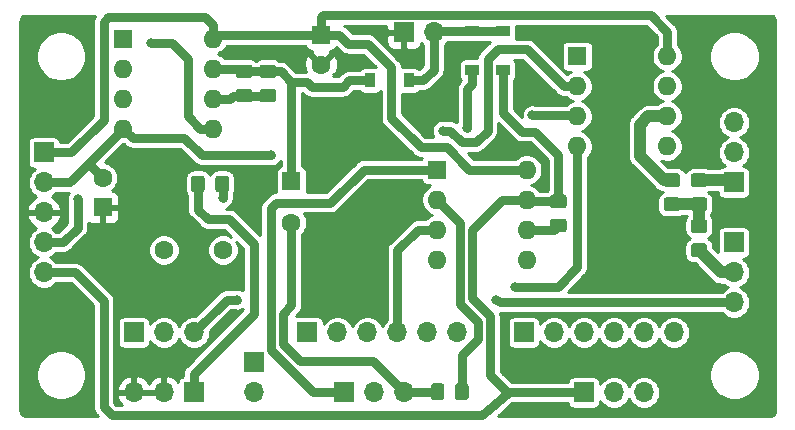
<source format=gbr>
G04 #@! TF.GenerationSoftware,KiCad,Pcbnew,(5.1.5)-3*
G04 #@! TF.CreationDate,2020-02-22T22:04:57-05:00*
G04 #@! TF.ProjectId,Semiparametric-EQ,53656d69-7061-4726-916d-65747269632d,rev?*
G04 #@! TF.SameCoordinates,Original*
G04 #@! TF.FileFunction,Copper,L1,Top*
G04 #@! TF.FilePolarity,Positive*
%FSLAX46Y46*%
G04 Gerber Fmt 4.6, Leading zero omitted, Abs format (unit mm)*
G04 Created by KiCad (PCBNEW (5.1.5)-3) date 2020-02-22 22:04:57*
%MOMM*%
%LPD*%
G04 APERTURE LIST*
%ADD10C,1.600000*%
%ADD11C,0.100000*%
%ADD12R,1.600000X1.600000*%
%ADD13O,1.600000X1.600000*%
%ADD14R,1.700000X1.700000*%
%ADD15O,1.700000X1.700000*%
%ADD16R,1.200000X0.900000*%
%ADD17R,0.900000X1.200000*%
%ADD18C,0.800000*%
%ADD19C,0.750000*%
%ADD20C,1.000000*%
%ADD21C,0.250000*%
G04 APERTURE END LIST*
D10*
X17700000Y14600000D03*
X12700000Y14600000D03*
G04 #@! TA.AperFunction,SMDPad,CuDef*
D11*
G36*
X21974505Y30298796D02*
G01*
X21998773Y30295196D01*
X22022572Y30289235D01*
X22045671Y30280970D01*
X22067850Y30270480D01*
X22088893Y30257868D01*
X22108599Y30243253D01*
X22126777Y30226777D01*
X22143253Y30208599D01*
X22157868Y30188893D01*
X22170480Y30167850D01*
X22180970Y30145671D01*
X22189235Y30122572D01*
X22195196Y30098773D01*
X22198796Y30074505D01*
X22200000Y30050001D01*
X22200000Y29399999D01*
X22198796Y29375495D01*
X22195196Y29351227D01*
X22189235Y29327428D01*
X22180970Y29304329D01*
X22170480Y29282150D01*
X22157868Y29261107D01*
X22143253Y29241401D01*
X22126777Y29223223D01*
X22108599Y29206747D01*
X22088893Y29192132D01*
X22067850Y29179520D01*
X22045671Y29169030D01*
X22022572Y29160765D01*
X21998773Y29154804D01*
X21974505Y29151204D01*
X21950001Y29150000D01*
X21049999Y29150000D01*
X21025495Y29151204D01*
X21001227Y29154804D01*
X20977428Y29160765D01*
X20954329Y29169030D01*
X20932150Y29179520D01*
X20911107Y29192132D01*
X20891401Y29206747D01*
X20873223Y29223223D01*
X20856747Y29241401D01*
X20842132Y29261107D01*
X20829520Y29282150D01*
X20819030Y29304329D01*
X20810765Y29327428D01*
X20804804Y29351227D01*
X20801204Y29375495D01*
X20800000Y29399999D01*
X20800000Y30050001D01*
X20801204Y30074505D01*
X20804804Y30098773D01*
X20810765Y30122572D01*
X20819030Y30145671D01*
X20829520Y30167850D01*
X20842132Y30188893D01*
X20856747Y30208599D01*
X20873223Y30226777D01*
X20891401Y30243253D01*
X20911107Y30257868D01*
X20932150Y30270480D01*
X20954329Y30280970D01*
X20977428Y30289235D01*
X21001227Y30295196D01*
X21025495Y30298796D01*
X21049999Y30300000D01*
X21950001Y30300000D01*
X21974505Y30298796D01*
G37*
G04 #@! TD.AperFunction*
G04 #@! TA.AperFunction,SMDPad,CuDef*
G36*
X21974505Y28248796D02*
G01*
X21998773Y28245196D01*
X22022572Y28239235D01*
X22045671Y28230970D01*
X22067850Y28220480D01*
X22088893Y28207868D01*
X22108599Y28193253D01*
X22126777Y28176777D01*
X22143253Y28158599D01*
X22157868Y28138893D01*
X22170480Y28117850D01*
X22180970Y28095671D01*
X22189235Y28072572D01*
X22195196Y28048773D01*
X22198796Y28024505D01*
X22200000Y28000001D01*
X22200000Y27349999D01*
X22198796Y27325495D01*
X22195196Y27301227D01*
X22189235Y27277428D01*
X22180970Y27254329D01*
X22170480Y27232150D01*
X22157868Y27211107D01*
X22143253Y27191401D01*
X22126777Y27173223D01*
X22108599Y27156747D01*
X22088893Y27142132D01*
X22067850Y27129520D01*
X22045671Y27119030D01*
X22022572Y27110765D01*
X21998773Y27104804D01*
X21974505Y27101204D01*
X21950001Y27100000D01*
X21049999Y27100000D01*
X21025495Y27101204D01*
X21001227Y27104804D01*
X20977428Y27110765D01*
X20954329Y27119030D01*
X20932150Y27129520D01*
X20911107Y27142132D01*
X20891401Y27156747D01*
X20873223Y27173223D01*
X20856747Y27191401D01*
X20842132Y27211107D01*
X20829520Y27232150D01*
X20819030Y27254329D01*
X20810765Y27277428D01*
X20804804Y27301227D01*
X20801204Y27325495D01*
X20800000Y27349999D01*
X20800000Y28000001D01*
X20801204Y28024505D01*
X20804804Y28048773D01*
X20810765Y28072572D01*
X20819030Y28095671D01*
X20829520Y28117850D01*
X20842132Y28138893D01*
X20856747Y28158599D01*
X20873223Y28176777D01*
X20891401Y28193253D01*
X20911107Y28207868D01*
X20932150Y28220480D01*
X20954329Y28230970D01*
X20977428Y28239235D01*
X21001227Y28245196D01*
X21025495Y28248796D01*
X21049999Y28250000D01*
X21950001Y28250000D01*
X21974505Y28248796D01*
G37*
G04 #@! TD.AperFunction*
D12*
X23500000Y20400000D03*
D10*
X23500000Y16900000D03*
G04 #@! TA.AperFunction,SMDPad,CuDef*
D11*
G36*
X19974505Y30298796D02*
G01*
X19998773Y30295196D01*
X20022572Y30289235D01*
X20045671Y30280970D01*
X20067850Y30270480D01*
X20088893Y30257868D01*
X20108599Y30243253D01*
X20126777Y30226777D01*
X20143253Y30208599D01*
X20157868Y30188893D01*
X20170480Y30167850D01*
X20180970Y30145671D01*
X20189235Y30122572D01*
X20195196Y30098773D01*
X20198796Y30074505D01*
X20200000Y30050001D01*
X20200000Y29399999D01*
X20198796Y29375495D01*
X20195196Y29351227D01*
X20189235Y29327428D01*
X20180970Y29304329D01*
X20170480Y29282150D01*
X20157868Y29261107D01*
X20143253Y29241401D01*
X20126777Y29223223D01*
X20108599Y29206747D01*
X20088893Y29192132D01*
X20067850Y29179520D01*
X20045671Y29169030D01*
X20022572Y29160765D01*
X19998773Y29154804D01*
X19974505Y29151204D01*
X19950001Y29150000D01*
X19049999Y29150000D01*
X19025495Y29151204D01*
X19001227Y29154804D01*
X18977428Y29160765D01*
X18954329Y29169030D01*
X18932150Y29179520D01*
X18911107Y29192132D01*
X18891401Y29206747D01*
X18873223Y29223223D01*
X18856747Y29241401D01*
X18842132Y29261107D01*
X18829520Y29282150D01*
X18819030Y29304329D01*
X18810765Y29327428D01*
X18804804Y29351227D01*
X18801204Y29375495D01*
X18800000Y29399999D01*
X18800000Y30050001D01*
X18801204Y30074505D01*
X18804804Y30098773D01*
X18810765Y30122572D01*
X18819030Y30145671D01*
X18829520Y30167850D01*
X18842132Y30188893D01*
X18856747Y30208599D01*
X18873223Y30226777D01*
X18891401Y30243253D01*
X18911107Y30257868D01*
X18932150Y30270480D01*
X18954329Y30280970D01*
X18977428Y30289235D01*
X19001227Y30295196D01*
X19025495Y30298796D01*
X19049999Y30300000D01*
X19950001Y30300000D01*
X19974505Y30298796D01*
G37*
G04 #@! TD.AperFunction*
G04 #@! TA.AperFunction,SMDPad,CuDef*
G36*
X19974505Y28248796D02*
G01*
X19998773Y28245196D01*
X20022572Y28239235D01*
X20045671Y28230970D01*
X20067850Y28220480D01*
X20088893Y28207868D01*
X20108599Y28193253D01*
X20126777Y28176777D01*
X20143253Y28158599D01*
X20157868Y28138893D01*
X20170480Y28117850D01*
X20180970Y28095671D01*
X20189235Y28072572D01*
X20195196Y28048773D01*
X20198796Y28024505D01*
X20200000Y28000001D01*
X20200000Y27349999D01*
X20198796Y27325495D01*
X20195196Y27301227D01*
X20189235Y27277428D01*
X20180970Y27254329D01*
X20170480Y27232150D01*
X20157868Y27211107D01*
X20143253Y27191401D01*
X20126777Y27173223D01*
X20108599Y27156747D01*
X20088893Y27142132D01*
X20067850Y27129520D01*
X20045671Y27119030D01*
X20022572Y27110765D01*
X19998773Y27104804D01*
X19974505Y27101204D01*
X19950001Y27100000D01*
X19049999Y27100000D01*
X19025495Y27101204D01*
X19001227Y27104804D01*
X18977428Y27110765D01*
X18954329Y27119030D01*
X18932150Y27129520D01*
X18911107Y27142132D01*
X18891401Y27156747D01*
X18873223Y27173223D01*
X18856747Y27191401D01*
X18842132Y27211107D01*
X18829520Y27232150D01*
X18819030Y27254329D01*
X18810765Y27277428D01*
X18804804Y27301227D01*
X18801204Y27325495D01*
X18800000Y27349999D01*
X18800000Y28000001D01*
X18801204Y28024505D01*
X18804804Y28048773D01*
X18810765Y28072572D01*
X18819030Y28095671D01*
X18829520Y28117850D01*
X18842132Y28138893D01*
X18856747Y28158599D01*
X18873223Y28176777D01*
X18891401Y28193253D01*
X18911107Y28207868D01*
X18932150Y28220480D01*
X18954329Y28230970D01*
X18977428Y28239235D01*
X19001227Y28245196D01*
X19025495Y28248796D01*
X19049999Y28250000D01*
X19950001Y28250000D01*
X19974505Y28248796D01*
G37*
G04 #@! TD.AperFunction*
D12*
X9240000Y32500000D03*
D13*
X16860000Y24880000D03*
X9240000Y29960000D03*
X16860000Y27420000D03*
X9240000Y27420000D03*
X16860000Y29960000D03*
X9240000Y24880000D03*
X16860000Y32500000D03*
D12*
X26000000Y32800000D03*
D10*
X26000000Y30300000D03*
X7500000Y20700000D03*
D12*
X7500000Y18200000D03*
D14*
X2540000Y22860000D03*
D15*
X2540000Y20320000D03*
X2540000Y17780000D03*
X2540000Y15240000D03*
X2540000Y12700000D03*
D14*
X33020000Y33020000D03*
D15*
X35560000Y33020000D03*
G04 #@! TA.AperFunction,SMDPad,CuDef*
D11*
G36*
X15924505Y20898796D02*
G01*
X15948773Y20895196D01*
X15972572Y20889235D01*
X15995671Y20880970D01*
X16017850Y20870480D01*
X16038893Y20857868D01*
X16058599Y20843253D01*
X16076777Y20826777D01*
X16093253Y20808599D01*
X16107868Y20788893D01*
X16120480Y20767850D01*
X16130970Y20745671D01*
X16139235Y20722572D01*
X16145196Y20698773D01*
X16148796Y20674505D01*
X16150000Y20650001D01*
X16150000Y19749999D01*
X16148796Y19725495D01*
X16145196Y19701227D01*
X16139235Y19677428D01*
X16130970Y19654329D01*
X16120480Y19632150D01*
X16107868Y19611107D01*
X16093253Y19591401D01*
X16076777Y19573223D01*
X16058599Y19556747D01*
X16038893Y19542132D01*
X16017850Y19529520D01*
X15995671Y19519030D01*
X15972572Y19510765D01*
X15948773Y19504804D01*
X15924505Y19501204D01*
X15900001Y19500000D01*
X15249999Y19500000D01*
X15225495Y19501204D01*
X15201227Y19504804D01*
X15177428Y19510765D01*
X15154329Y19519030D01*
X15132150Y19529520D01*
X15111107Y19542132D01*
X15091401Y19556747D01*
X15073223Y19573223D01*
X15056747Y19591401D01*
X15042132Y19611107D01*
X15029520Y19632150D01*
X15019030Y19654329D01*
X15010765Y19677428D01*
X15004804Y19701227D01*
X15001204Y19725495D01*
X15000000Y19749999D01*
X15000000Y20650001D01*
X15001204Y20674505D01*
X15004804Y20698773D01*
X15010765Y20722572D01*
X15019030Y20745671D01*
X15029520Y20767850D01*
X15042132Y20788893D01*
X15056747Y20808599D01*
X15073223Y20826777D01*
X15091401Y20843253D01*
X15111107Y20857868D01*
X15132150Y20870480D01*
X15154329Y20880970D01*
X15177428Y20889235D01*
X15201227Y20895196D01*
X15225495Y20898796D01*
X15249999Y20900000D01*
X15900001Y20900000D01*
X15924505Y20898796D01*
G37*
G04 #@! TD.AperFunction*
G04 #@! TA.AperFunction,SMDPad,CuDef*
G36*
X17974505Y20898796D02*
G01*
X17998773Y20895196D01*
X18022572Y20889235D01*
X18045671Y20880970D01*
X18067850Y20870480D01*
X18088893Y20857868D01*
X18108599Y20843253D01*
X18126777Y20826777D01*
X18143253Y20808599D01*
X18157868Y20788893D01*
X18170480Y20767850D01*
X18180970Y20745671D01*
X18189235Y20722572D01*
X18195196Y20698773D01*
X18198796Y20674505D01*
X18200000Y20650001D01*
X18200000Y19749999D01*
X18198796Y19725495D01*
X18195196Y19701227D01*
X18189235Y19677428D01*
X18180970Y19654329D01*
X18170480Y19632150D01*
X18157868Y19611107D01*
X18143253Y19591401D01*
X18126777Y19573223D01*
X18108599Y19556747D01*
X18088893Y19542132D01*
X18067850Y19529520D01*
X18045671Y19519030D01*
X18022572Y19510765D01*
X17998773Y19504804D01*
X17974505Y19501204D01*
X17950001Y19500000D01*
X17299999Y19500000D01*
X17275495Y19501204D01*
X17251227Y19504804D01*
X17227428Y19510765D01*
X17204329Y19519030D01*
X17182150Y19529520D01*
X17161107Y19542132D01*
X17141401Y19556747D01*
X17123223Y19573223D01*
X17106747Y19591401D01*
X17092132Y19611107D01*
X17079520Y19632150D01*
X17069030Y19654329D01*
X17060765Y19677428D01*
X17054804Y19701227D01*
X17051204Y19725495D01*
X17050000Y19749999D01*
X17050000Y20650001D01*
X17051204Y20674505D01*
X17054804Y20698773D01*
X17060765Y20722572D01*
X17069030Y20745671D01*
X17079520Y20767850D01*
X17092132Y20788893D01*
X17106747Y20808599D01*
X17123223Y20826777D01*
X17141401Y20843253D01*
X17161107Y20857868D01*
X17182150Y20870480D01*
X17204329Y20880970D01*
X17227428Y20889235D01*
X17251227Y20895196D01*
X17275495Y20898796D01*
X17299999Y20900000D01*
X17950001Y20900000D01*
X17974505Y20898796D01*
G37*
G04 #@! TD.AperFunction*
G04 #@! TA.AperFunction,SMDPad,CuDef*
G36*
X38274505Y3298796D02*
G01*
X38298773Y3295196D01*
X38322572Y3289235D01*
X38345671Y3280970D01*
X38367850Y3270480D01*
X38388893Y3257868D01*
X38408599Y3243253D01*
X38426777Y3226777D01*
X38443253Y3208599D01*
X38457868Y3188893D01*
X38470480Y3167850D01*
X38480970Y3145671D01*
X38489235Y3122572D01*
X38495196Y3098773D01*
X38498796Y3074505D01*
X38500000Y3050001D01*
X38500000Y2149999D01*
X38498796Y2125495D01*
X38495196Y2101227D01*
X38489235Y2077428D01*
X38480970Y2054329D01*
X38470480Y2032150D01*
X38457868Y2011107D01*
X38443253Y1991401D01*
X38426777Y1973223D01*
X38408599Y1956747D01*
X38388893Y1942132D01*
X38367850Y1929520D01*
X38345671Y1919030D01*
X38322572Y1910765D01*
X38298773Y1904804D01*
X38274505Y1901204D01*
X38250001Y1900000D01*
X37599999Y1900000D01*
X37575495Y1901204D01*
X37551227Y1904804D01*
X37527428Y1910765D01*
X37504329Y1919030D01*
X37482150Y1929520D01*
X37461107Y1942132D01*
X37441401Y1956747D01*
X37423223Y1973223D01*
X37406747Y1991401D01*
X37392132Y2011107D01*
X37379520Y2032150D01*
X37369030Y2054329D01*
X37360765Y2077428D01*
X37354804Y2101227D01*
X37351204Y2125495D01*
X37350000Y2149999D01*
X37350000Y3050001D01*
X37351204Y3074505D01*
X37354804Y3098773D01*
X37360765Y3122572D01*
X37369030Y3145671D01*
X37379520Y3167850D01*
X37392132Y3188893D01*
X37406747Y3208599D01*
X37423223Y3226777D01*
X37441401Y3243253D01*
X37461107Y3257868D01*
X37482150Y3270480D01*
X37504329Y3280970D01*
X37527428Y3289235D01*
X37551227Y3295196D01*
X37575495Y3298796D01*
X37599999Y3300000D01*
X38250001Y3300000D01*
X38274505Y3298796D01*
G37*
G04 #@! TD.AperFunction*
G04 #@! TA.AperFunction,SMDPad,CuDef*
G36*
X36224505Y3298796D02*
G01*
X36248773Y3295196D01*
X36272572Y3289235D01*
X36295671Y3280970D01*
X36317850Y3270480D01*
X36338893Y3257868D01*
X36358599Y3243253D01*
X36376777Y3226777D01*
X36393253Y3208599D01*
X36407868Y3188893D01*
X36420480Y3167850D01*
X36430970Y3145671D01*
X36439235Y3122572D01*
X36445196Y3098773D01*
X36448796Y3074505D01*
X36450000Y3050001D01*
X36450000Y2149999D01*
X36448796Y2125495D01*
X36445196Y2101227D01*
X36439235Y2077428D01*
X36430970Y2054329D01*
X36420480Y2032150D01*
X36407868Y2011107D01*
X36393253Y1991401D01*
X36376777Y1973223D01*
X36358599Y1956747D01*
X36338893Y1942132D01*
X36317850Y1929520D01*
X36295671Y1919030D01*
X36272572Y1910765D01*
X36248773Y1904804D01*
X36224505Y1901204D01*
X36200001Y1900000D01*
X35549999Y1900000D01*
X35525495Y1901204D01*
X35501227Y1904804D01*
X35477428Y1910765D01*
X35454329Y1919030D01*
X35432150Y1929520D01*
X35411107Y1942132D01*
X35391401Y1956747D01*
X35373223Y1973223D01*
X35356747Y1991401D01*
X35342132Y2011107D01*
X35329520Y2032150D01*
X35319030Y2054329D01*
X35310765Y2077428D01*
X35304804Y2101227D01*
X35301204Y2125495D01*
X35300000Y2149999D01*
X35300000Y3050001D01*
X35301204Y3074505D01*
X35304804Y3098773D01*
X35310765Y3122572D01*
X35319030Y3145671D01*
X35329520Y3167850D01*
X35342132Y3188893D01*
X35356747Y3208599D01*
X35373223Y3226777D01*
X35391401Y3243253D01*
X35411107Y3257868D01*
X35432150Y3270480D01*
X35454329Y3280970D01*
X35477428Y3289235D01*
X35501227Y3295196D01*
X35525495Y3298796D01*
X35549999Y3300000D01*
X36200001Y3300000D01*
X36224505Y3298796D01*
G37*
G04 #@! TD.AperFunction*
G04 #@! TA.AperFunction,SMDPad,CuDef*
G36*
X58474505Y15148796D02*
G01*
X58498773Y15145196D01*
X58522572Y15139235D01*
X58545671Y15130970D01*
X58567850Y15120480D01*
X58588893Y15107868D01*
X58608599Y15093253D01*
X58626777Y15076777D01*
X58643253Y15058599D01*
X58657868Y15038893D01*
X58670480Y15017850D01*
X58680970Y14995671D01*
X58689235Y14972572D01*
X58695196Y14948773D01*
X58698796Y14924505D01*
X58700000Y14900001D01*
X58700000Y14249999D01*
X58698796Y14225495D01*
X58695196Y14201227D01*
X58689235Y14177428D01*
X58680970Y14154329D01*
X58670480Y14132150D01*
X58657868Y14111107D01*
X58643253Y14091401D01*
X58626777Y14073223D01*
X58608599Y14056747D01*
X58588893Y14042132D01*
X58567850Y14029520D01*
X58545671Y14019030D01*
X58522572Y14010765D01*
X58498773Y14004804D01*
X58474505Y14001204D01*
X58450001Y14000000D01*
X57549999Y14000000D01*
X57525495Y14001204D01*
X57501227Y14004804D01*
X57477428Y14010765D01*
X57454329Y14019030D01*
X57432150Y14029520D01*
X57411107Y14042132D01*
X57391401Y14056747D01*
X57373223Y14073223D01*
X57356747Y14091401D01*
X57342132Y14111107D01*
X57329520Y14132150D01*
X57319030Y14154329D01*
X57310765Y14177428D01*
X57304804Y14201227D01*
X57301204Y14225495D01*
X57300000Y14249999D01*
X57300000Y14900001D01*
X57301204Y14924505D01*
X57304804Y14948773D01*
X57310765Y14972572D01*
X57319030Y14995671D01*
X57329520Y15017850D01*
X57342132Y15038893D01*
X57356747Y15058599D01*
X57373223Y15076777D01*
X57391401Y15093253D01*
X57411107Y15107868D01*
X57432150Y15120480D01*
X57454329Y15130970D01*
X57477428Y15139235D01*
X57501227Y15145196D01*
X57525495Y15148796D01*
X57549999Y15150000D01*
X58450001Y15150000D01*
X58474505Y15148796D01*
G37*
G04 #@! TD.AperFunction*
G04 #@! TA.AperFunction,SMDPad,CuDef*
G36*
X58474505Y17198796D02*
G01*
X58498773Y17195196D01*
X58522572Y17189235D01*
X58545671Y17180970D01*
X58567850Y17170480D01*
X58588893Y17157868D01*
X58608599Y17143253D01*
X58626777Y17126777D01*
X58643253Y17108599D01*
X58657868Y17088893D01*
X58670480Y17067850D01*
X58680970Y17045671D01*
X58689235Y17022572D01*
X58695196Y16998773D01*
X58698796Y16974505D01*
X58700000Y16950001D01*
X58700000Y16299999D01*
X58698796Y16275495D01*
X58695196Y16251227D01*
X58689235Y16227428D01*
X58680970Y16204329D01*
X58670480Y16182150D01*
X58657868Y16161107D01*
X58643253Y16141401D01*
X58626777Y16123223D01*
X58608599Y16106747D01*
X58588893Y16092132D01*
X58567850Y16079520D01*
X58545671Y16069030D01*
X58522572Y16060765D01*
X58498773Y16054804D01*
X58474505Y16051204D01*
X58450001Y16050000D01*
X57549999Y16050000D01*
X57525495Y16051204D01*
X57501227Y16054804D01*
X57477428Y16060765D01*
X57454329Y16069030D01*
X57432150Y16079520D01*
X57411107Y16092132D01*
X57391401Y16106747D01*
X57373223Y16123223D01*
X57356747Y16141401D01*
X57342132Y16161107D01*
X57329520Y16182150D01*
X57319030Y16204329D01*
X57310765Y16227428D01*
X57304804Y16251227D01*
X57301204Y16275495D01*
X57300000Y16299999D01*
X57300000Y16950001D01*
X57301204Y16974505D01*
X57304804Y16998773D01*
X57310765Y17022572D01*
X57319030Y17045671D01*
X57329520Y17067850D01*
X57342132Y17088893D01*
X57356747Y17108599D01*
X57373223Y17126777D01*
X57391401Y17143253D01*
X57411107Y17157868D01*
X57432150Y17170480D01*
X57454329Y17180970D01*
X57477428Y17189235D01*
X57501227Y17195196D01*
X57525495Y17198796D01*
X57549999Y17200000D01*
X58450001Y17200000D01*
X58474505Y17198796D01*
G37*
G04 #@! TD.AperFunction*
G04 #@! TA.AperFunction,SMDPad,CuDef*
G36*
X58474505Y19048796D02*
G01*
X58498773Y19045196D01*
X58522572Y19039235D01*
X58545671Y19030970D01*
X58567850Y19020480D01*
X58588893Y19007868D01*
X58608599Y18993253D01*
X58626777Y18976777D01*
X58643253Y18958599D01*
X58657868Y18938893D01*
X58670480Y18917850D01*
X58680970Y18895671D01*
X58689235Y18872572D01*
X58695196Y18848773D01*
X58698796Y18824505D01*
X58700000Y18800001D01*
X58700000Y18149999D01*
X58698796Y18125495D01*
X58695196Y18101227D01*
X58689235Y18077428D01*
X58680970Y18054329D01*
X58670480Y18032150D01*
X58657868Y18011107D01*
X58643253Y17991401D01*
X58626777Y17973223D01*
X58608599Y17956747D01*
X58588893Y17942132D01*
X58567850Y17929520D01*
X58545671Y17919030D01*
X58522572Y17910765D01*
X58498773Y17904804D01*
X58474505Y17901204D01*
X58450001Y17900000D01*
X57549999Y17900000D01*
X57525495Y17901204D01*
X57501227Y17904804D01*
X57477428Y17910765D01*
X57454329Y17919030D01*
X57432150Y17929520D01*
X57411107Y17942132D01*
X57391401Y17956747D01*
X57373223Y17973223D01*
X57356747Y17991401D01*
X57342132Y18011107D01*
X57329520Y18032150D01*
X57319030Y18054329D01*
X57310765Y18077428D01*
X57304804Y18101227D01*
X57301204Y18125495D01*
X57300000Y18149999D01*
X57300000Y18800001D01*
X57301204Y18824505D01*
X57304804Y18848773D01*
X57310765Y18872572D01*
X57319030Y18895671D01*
X57329520Y18917850D01*
X57342132Y18938893D01*
X57356747Y18958599D01*
X57373223Y18976777D01*
X57391401Y18993253D01*
X57411107Y19007868D01*
X57432150Y19020480D01*
X57454329Y19030970D01*
X57477428Y19039235D01*
X57501227Y19045196D01*
X57525495Y19048796D01*
X57549999Y19050000D01*
X58450001Y19050000D01*
X58474505Y19048796D01*
G37*
G04 #@! TD.AperFunction*
G04 #@! TA.AperFunction,SMDPad,CuDef*
G36*
X58474505Y21098796D02*
G01*
X58498773Y21095196D01*
X58522572Y21089235D01*
X58545671Y21080970D01*
X58567850Y21070480D01*
X58588893Y21057868D01*
X58608599Y21043253D01*
X58626777Y21026777D01*
X58643253Y21008599D01*
X58657868Y20988893D01*
X58670480Y20967850D01*
X58680970Y20945671D01*
X58689235Y20922572D01*
X58695196Y20898773D01*
X58698796Y20874505D01*
X58700000Y20850001D01*
X58700000Y20199999D01*
X58698796Y20175495D01*
X58695196Y20151227D01*
X58689235Y20127428D01*
X58680970Y20104329D01*
X58670480Y20082150D01*
X58657868Y20061107D01*
X58643253Y20041401D01*
X58626777Y20023223D01*
X58608599Y20006747D01*
X58588893Y19992132D01*
X58567850Y19979520D01*
X58545671Y19969030D01*
X58522572Y19960765D01*
X58498773Y19954804D01*
X58474505Y19951204D01*
X58450001Y19950000D01*
X57549999Y19950000D01*
X57525495Y19951204D01*
X57501227Y19954804D01*
X57477428Y19960765D01*
X57454329Y19969030D01*
X57432150Y19979520D01*
X57411107Y19992132D01*
X57391401Y20006747D01*
X57373223Y20023223D01*
X57356747Y20041401D01*
X57342132Y20061107D01*
X57329520Y20082150D01*
X57319030Y20104329D01*
X57310765Y20127428D01*
X57304804Y20151227D01*
X57301204Y20175495D01*
X57300000Y20199999D01*
X57300000Y20850001D01*
X57301204Y20874505D01*
X57304804Y20898773D01*
X57310765Y20922572D01*
X57319030Y20945671D01*
X57329520Y20967850D01*
X57342132Y20988893D01*
X57356747Y21008599D01*
X57373223Y21026777D01*
X57391401Y21043253D01*
X57411107Y21057868D01*
X57432150Y21070480D01*
X57454329Y21080970D01*
X57477428Y21089235D01*
X57501227Y21095196D01*
X57525495Y21098796D01*
X57549999Y21100000D01*
X58450001Y21100000D01*
X58474505Y21098796D01*
G37*
G04 #@! TD.AperFunction*
G04 #@! TA.AperFunction,SMDPad,CuDef*
G36*
X56174505Y21098796D02*
G01*
X56198773Y21095196D01*
X56222572Y21089235D01*
X56245671Y21080970D01*
X56267850Y21070480D01*
X56288893Y21057868D01*
X56308599Y21043253D01*
X56326777Y21026777D01*
X56343253Y21008599D01*
X56357868Y20988893D01*
X56370480Y20967850D01*
X56380970Y20945671D01*
X56389235Y20922572D01*
X56395196Y20898773D01*
X56398796Y20874505D01*
X56400000Y20850001D01*
X56400000Y20199999D01*
X56398796Y20175495D01*
X56395196Y20151227D01*
X56389235Y20127428D01*
X56380970Y20104329D01*
X56370480Y20082150D01*
X56357868Y20061107D01*
X56343253Y20041401D01*
X56326777Y20023223D01*
X56308599Y20006747D01*
X56288893Y19992132D01*
X56267850Y19979520D01*
X56245671Y19969030D01*
X56222572Y19960765D01*
X56198773Y19954804D01*
X56174505Y19951204D01*
X56150001Y19950000D01*
X55249999Y19950000D01*
X55225495Y19951204D01*
X55201227Y19954804D01*
X55177428Y19960765D01*
X55154329Y19969030D01*
X55132150Y19979520D01*
X55111107Y19992132D01*
X55091401Y20006747D01*
X55073223Y20023223D01*
X55056747Y20041401D01*
X55042132Y20061107D01*
X55029520Y20082150D01*
X55019030Y20104329D01*
X55010765Y20127428D01*
X55004804Y20151227D01*
X55001204Y20175495D01*
X55000000Y20199999D01*
X55000000Y20850001D01*
X55001204Y20874505D01*
X55004804Y20898773D01*
X55010765Y20922572D01*
X55019030Y20945671D01*
X55029520Y20967850D01*
X55042132Y20988893D01*
X55056747Y21008599D01*
X55073223Y21026777D01*
X55091401Y21043253D01*
X55111107Y21057868D01*
X55132150Y21070480D01*
X55154329Y21080970D01*
X55177428Y21089235D01*
X55201227Y21095196D01*
X55225495Y21098796D01*
X55249999Y21100000D01*
X56150001Y21100000D01*
X56174505Y21098796D01*
G37*
G04 #@! TD.AperFunction*
G04 #@! TA.AperFunction,SMDPad,CuDef*
G36*
X56174505Y19048796D02*
G01*
X56198773Y19045196D01*
X56222572Y19039235D01*
X56245671Y19030970D01*
X56267850Y19020480D01*
X56288893Y19007868D01*
X56308599Y18993253D01*
X56326777Y18976777D01*
X56343253Y18958599D01*
X56357868Y18938893D01*
X56370480Y18917850D01*
X56380970Y18895671D01*
X56389235Y18872572D01*
X56395196Y18848773D01*
X56398796Y18824505D01*
X56400000Y18800001D01*
X56400000Y18149999D01*
X56398796Y18125495D01*
X56395196Y18101227D01*
X56389235Y18077428D01*
X56380970Y18054329D01*
X56370480Y18032150D01*
X56357868Y18011107D01*
X56343253Y17991401D01*
X56326777Y17973223D01*
X56308599Y17956747D01*
X56288893Y17942132D01*
X56267850Y17929520D01*
X56245671Y17919030D01*
X56222572Y17910765D01*
X56198773Y17904804D01*
X56174505Y17901204D01*
X56150001Y17900000D01*
X55249999Y17900000D01*
X55225495Y17901204D01*
X55201227Y17904804D01*
X55177428Y17910765D01*
X55154329Y17919030D01*
X55132150Y17929520D01*
X55111107Y17942132D01*
X55091401Y17956747D01*
X55073223Y17973223D01*
X55056747Y17991401D01*
X55042132Y18011107D01*
X55029520Y18032150D01*
X55019030Y18054329D01*
X55010765Y18077428D01*
X55004804Y18101227D01*
X55001204Y18125495D01*
X55000000Y18149999D01*
X55000000Y18800001D01*
X55001204Y18824505D01*
X55004804Y18848773D01*
X55010765Y18872572D01*
X55019030Y18895671D01*
X55029520Y18917850D01*
X55042132Y18938893D01*
X55056747Y18958599D01*
X55073223Y18976777D01*
X55091401Y18993253D01*
X55111107Y19007868D01*
X55132150Y19020480D01*
X55154329Y19030970D01*
X55177428Y19039235D01*
X55201227Y19045196D01*
X55225495Y19048796D01*
X55249999Y19050000D01*
X56150001Y19050000D01*
X56174505Y19048796D01*
G37*
G04 #@! TD.AperFunction*
G04 #@! TA.AperFunction,SMDPad,CuDef*
G36*
X46574505Y17248796D02*
G01*
X46598773Y17245196D01*
X46622572Y17239235D01*
X46645671Y17230970D01*
X46667850Y17220480D01*
X46688893Y17207868D01*
X46708599Y17193253D01*
X46726777Y17176777D01*
X46743253Y17158599D01*
X46757868Y17138893D01*
X46770480Y17117850D01*
X46780970Y17095671D01*
X46789235Y17072572D01*
X46795196Y17048773D01*
X46798796Y17024505D01*
X46800000Y17000001D01*
X46800000Y16349999D01*
X46798796Y16325495D01*
X46795196Y16301227D01*
X46789235Y16277428D01*
X46780970Y16254329D01*
X46770480Y16232150D01*
X46757868Y16211107D01*
X46743253Y16191401D01*
X46726777Y16173223D01*
X46708599Y16156747D01*
X46688893Y16142132D01*
X46667850Y16129520D01*
X46645671Y16119030D01*
X46622572Y16110765D01*
X46598773Y16104804D01*
X46574505Y16101204D01*
X46550001Y16100000D01*
X45649999Y16100000D01*
X45625495Y16101204D01*
X45601227Y16104804D01*
X45577428Y16110765D01*
X45554329Y16119030D01*
X45532150Y16129520D01*
X45511107Y16142132D01*
X45491401Y16156747D01*
X45473223Y16173223D01*
X45456747Y16191401D01*
X45442132Y16211107D01*
X45429520Y16232150D01*
X45419030Y16254329D01*
X45410765Y16277428D01*
X45404804Y16301227D01*
X45401204Y16325495D01*
X45400000Y16349999D01*
X45400000Y17000001D01*
X45401204Y17024505D01*
X45404804Y17048773D01*
X45410765Y17072572D01*
X45419030Y17095671D01*
X45429520Y17117850D01*
X45442132Y17138893D01*
X45456747Y17158599D01*
X45473223Y17176777D01*
X45491401Y17193253D01*
X45511107Y17207868D01*
X45532150Y17220480D01*
X45554329Y17230970D01*
X45577428Y17239235D01*
X45601227Y17245196D01*
X45625495Y17248796D01*
X45649999Y17250000D01*
X46550001Y17250000D01*
X46574505Y17248796D01*
G37*
G04 #@! TD.AperFunction*
G04 #@! TA.AperFunction,SMDPad,CuDef*
G36*
X46574505Y19298796D02*
G01*
X46598773Y19295196D01*
X46622572Y19289235D01*
X46645671Y19280970D01*
X46667850Y19270480D01*
X46688893Y19257868D01*
X46708599Y19243253D01*
X46726777Y19226777D01*
X46743253Y19208599D01*
X46757868Y19188893D01*
X46770480Y19167850D01*
X46780970Y19145671D01*
X46789235Y19122572D01*
X46795196Y19098773D01*
X46798796Y19074505D01*
X46800000Y19050001D01*
X46800000Y18399999D01*
X46798796Y18375495D01*
X46795196Y18351227D01*
X46789235Y18327428D01*
X46780970Y18304329D01*
X46770480Y18282150D01*
X46757868Y18261107D01*
X46743253Y18241401D01*
X46726777Y18223223D01*
X46708599Y18206747D01*
X46688893Y18192132D01*
X46667850Y18179520D01*
X46645671Y18169030D01*
X46622572Y18160765D01*
X46598773Y18154804D01*
X46574505Y18151204D01*
X46550001Y18150000D01*
X45649999Y18150000D01*
X45625495Y18151204D01*
X45601227Y18154804D01*
X45577428Y18160765D01*
X45554329Y18169030D01*
X45532150Y18179520D01*
X45511107Y18192132D01*
X45491401Y18206747D01*
X45473223Y18223223D01*
X45456747Y18241401D01*
X45442132Y18261107D01*
X45429520Y18282150D01*
X45419030Y18304329D01*
X45410765Y18327428D01*
X45404804Y18351227D01*
X45401204Y18375495D01*
X45400000Y18399999D01*
X45400000Y19050001D01*
X45401204Y19074505D01*
X45404804Y19098773D01*
X45410765Y19122572D01*
X45419030Y19145671D01*
X45429520Y19167850D01*
X45442132Y19188893D01*
X45456747Y19208599D01*
X45473223Y19226777D01*
X45491401Y19243253D01*
X45511107Y19257868D01*
X45532150Y19270480D01*
X45554329Y19280970D01*
X45577428Y19289235D01*
X45601227Y19295196D01*
X45625495Y19298796D01*
X45649999Y19300000D01*
X46550001Y19300000D01*
X46574505Y19298796D01*
G37*
G04 #@! TD.AperFunction*
D15*
X15240000Y7620000D03*
X12700000Y7620000D03*
D14*
X10160000Y7620000D03*
D15*
X10160000Y2540000D03*
X12700000Y2540000D03*
D14*
X15240000Y2540000D03*
X27940000Y2540000D03*
D15*
X30480000Y2540000D03*
X33020000Y2540000D03*
X37540000Y7620000D03*
X35000000Y7620000D03*
X32460000Y7620000D03*
X29920000Y7620000D03*
X27380000Y7620000D03*
D14*
X24840000Y7620000D03*
X60960000Y15240000D03*
D15*
X60960000Y12700000D03*
X60960000Y10160000D03*
D14*
X60960000Y20320000D03*
D15*
X60960000Y22860000D03*
X60960000Y25400000D03*
X53340000Y2540000D03*
X50800000Y2540000D03*
D14*
X48260000Y2540000D03*
X43180000Y7620000D03*
D15*
X45720000Y7620000D03*
X48260000Y7620000D03*
X50800000Y7620000D03*
X53340000Y7620000D03*
X55880000Y7620000D03*
X20320000Y2540000D03*
D14*
X20320000Y5080000D03*
D13*
X55320000Y31000000D03*
X47700000Y23380000D03*
X55320000Y28460000D03*
X47700000Y25920000D03*
X55320000Y25920000D03*
X47700000Y28460000D03*
X55320000Y23380000D03*
D12*
X47700000Y31000000D03*
X35800000Y21400000D03*
D13*
X43420000Y13780000D03*
X35800000Y18860000D03*
X43420000Y16320000D03*
X35800000Y16320000D03*
X43420000Y18860000D03*
X35800000Y13780000D03*
X43420000Y21400000D03*
D16*
X38800000Y29850000D03*
X38800000Y33150000D03*
D17*
X33450000Y28950000D03*
X30150000Y28950000D03*
D16*
X41400000Y33150000D03*
X41400000Y29850000D03*
D18*
X41300000Y23600000D03*
X51600000Y14400000D03*
X29500000Y14300000D03*
X28300000Y23200000D03*
X42100000Y4900000D03*
X36600000Y28900000D03*
X43400000Y29100000D03*
X21800000Y22600000D03*
X42400000Y11500000D03*
X17700000Y19000000D03*
X43900000Y26000000D03*
X21500000Y27675000D03*
X38400000Y24950000D03*
X5400000Y18900000D03*
X11600000Y32100000D03*
X40800000Y10400000D03*
X18900000Y10400000D03*
X36300000Y24700000D03*
X37925000Y2600000D03*
D19*
X16191370Y34300000D02*
X16860000Y33631370D01*
X4860000Y22860000D02*
X7600000Y25600000D01*
X2540000Y22860000D02*
X4860000Y22860000D01*
X7600000Y25600000D02*
X7600000Y33900000D01*
X7600000Y33900000D02*
X8000000Y34300000D01*
X16860000Y33631370D02*
X16860000Y32500000D01*
X8000000Y34300000D02*
X16191370Y34300000D01*
X17160000Y32800000D02*
X16860000Y32500000D01*
X26000000Y32800000D02*
X17160000Y32800000D01*
X27550000Y32800000D02*
X26000000Y32800000D01*
X28300000Y32050000D02*
X27550000Y32800000D01*
X26000000Y34350000D02*
X26000000Y32800000D01*
X26150000Y34500000D02*
X26000000Y34350000D01*
X55320000Y33080000D02*
X53900000Y34500000D01*
X55320000Y31000000D02*
X55320000Y33080000D01*
X53900000Y34500000D02*
X26150000Y34500000D01*
X43420000Y21400000D02*
X38550000Y21400000D01*
X38550000Y21400000D02*
X36650000Y23300000D01*
X28300000Y32050000D02*
X29950000Y32050000D01*
X29950000Y32050000D02*
X31950000Y30050000D01*
X31950000Y30050000D02*
X31950000Y25800000D01*
X34450000Y23300000D02*
X36650000Y23300000D01*
X31950000Y25800000D02*
X34450000Y23300000D01*
X4680000Y20320000D02*
X4820000Y20460000D01*
X2540000Y20320000D02*
X4680000Y20320000D01*
X6400000Y21800000D02*
X6200000Y21800000D01*
X7500000Y20700000D02*
X6400000Y21800000D01*
X4820000Y20460000D02*
X6200000Y21800000D01*
X6200000Y21800000D02*
X9240000Y24880000D01*
X47700000Y23380000D02*
X47700000Y13135000D01*
X46065000Y11500000D02*
X47700000Y13135000D01*
X42400000Y11500000D02*
X46065000Y11500000D01*
X10039999Y24080001D02*
X9240000Y24880000D01*
X14419999Y24080001D02*
X10039999Y24080001D01*
X21800000Y22600000D02*
X15900000Y22600000D01*
X15900000Y22600000D02*
X14419999Y24080001D01*
X17700000Y20125000D02*
X17625000Y20200000D01*
X17700000Y19000000D02*
X17700000Y20125000D01*
X47620000Y26000000D02*
X47700000Y25920000D01*
X43900000Y26000000D02*
X47620000Y26000000D01*
X32460000Y7620000D02*
X32460000Y14560000D01*
X34220000Y16320000D02*
X35800000Y16320000D01*
X32460000Y14560000D02*
X34220000Y16320000D01*
X19265000Y29960000D02*
X19500000Y29725000D01*
X16860000Y29960000D02*
X19265000Y29960000D01*
X19500000Y29725000D02*
X21500000Y29725000D01*
X22575000Y29725000D02*
X21500000Y29725000D01*
X23500000Y20400000D02*
X23500000Y28800000D01*
X23500000Y28800000D02*
X22575000Y29725000D01*
X23500000Y28800000D02*
X24800000Y28800000D01*
X24800000Y28800000D02*
X25200000Y28400000D01*
X25200000Y28400000D02*
X27850000Y28400000D01*
X28400000Y28950000D02*
X30150000Y28950000D01*
X27850000Y28400000D02*
X28400000Y28950000D01*
X19500000Y27675000D02*
X18575000Y27675000D01*
X18320000Y27420000D02*
X16860000Y27420000D01*
X18575000Y27675000D02*
X18320000Y27420000D01*
X21500000Y27675000D02*
X19500000Y27675000D01*
X35815000Y2540000D02*
X35875000Y2600000D01*
X33020000Y2540000D02*
X35815000Y2540000D01*
X33020000Y2540000D02*
X30360000Y5200000D01*
X30360000Y5200000D02*
X24200000Y5200000D01*
X24200000Y5200000D02*
X22800000Y6600000D01*
X22800000Y6600000D02*
X22800000Y9200000D01*
X23500000Y9900000D02*
X23500000Y16900000D01*
X22800000Y9200000D02*
X23500000Y9900000D01*
X25305001Y2540000D02*
X21745001Y6100000D01*
X26800000Y18600000D02*
X29600000Y21400000D01*
X27940000Y2540000D02*
X25305001Y2540000D01*
X29600000Y21400000D02*
X35800000Y21400000D01*
X21745001Y6100000D02*
X21745001Y18145001D01*
X21745001Y18145001D02*
X22200000Y18600000D01*
X22200000Y18600000D02*
X26800000Y18600000D01*
X38400000Y28250000D02*
X38400000Y26650000D01*
X38800000Y28650000D02*
X38400000Y28250000D01*
X38800000Y29850000D02*
X38800000Y28650000D01*
X38400000Y24950000D02*
X38400000Y26650000D01*
X35560000Y33020000D02*
X35560000Y29860000D01*
X34650000Y28950000D02*
X33450000Y28950000D01*
X35560000Y29860000D02*
X34650000Y28950000D01*
X41400000Y33150000D02*
X38800000Y33150000D01*
X35690000Y33150000D02*
X35560000Y33020000D01*
X38800000Y33150000D02*
X35690000Y33150000D01*
X8299990Y600010D02*
X7600000Y1300000D01*
X7600000Y1300000D02*
X7600000Y10300000D01*
X5200000Y12700000D02*
X2540000Y12700000D01*
X7600000Y10300000D02*
X5200000Y12700000D01*
X8299990Y600010D02*
X39640010Y600010D01*
X40300000Y4000000D02*
X41800000Y2500000D01*
X40300000Y9000000D02*
X40300000Y4000000D01*
X38800000Y10500000D02*
X40300000Y9000000D01*
X41800000Y2500000D02*
X41580000Y2540000D01*
X38800000Y16300000D02*
X38800000Y10500000D01*
X43420000Y18860000D02*
X41360000Y18860000D01*
X39640010Y600010D02*
X41800000Y2500000D01*
X41360000Y18860000D02*
X38800000Y16300000D01*
X41580000Y2540000D02*
X48260000Y2540000D01*
X43555000Y18725000D02*
X43420000Y18860000D01*
X46100000Y18725000D02*
X43555000Y18725000D01*
X46100000Y18725000D02*
X46100000Y22600000D01*
X46100000Y22600000D02*
X44100000Y24600000D01*
X44100000Y24600000D02*
X43000000Y24600000D01*
X41400000Y26200000D02*
X41400000Y29850000D01*
X43000000Y24600000D02*
X41400000Y26200000D01*
X5400000Y18900000D02*
X5400000Y16500000D01*
X4140000Y15240000D02*
X2540000Y15240000D01*
X5400000Y16500000D02*
X4140000Y15240000D01*
X15728630Y24880000D02*
X14700000Y25908630D01*
X16860000Y24880000D02*
X15728630Y24880000D01*
X14700000Y25908630D02*
X14700000Y30800000D01*
X13400000Y32100000D02*
X11600000Y32100000D01*
X14700000Y30800000D02*
X13400000Y32100000D01*
X60960000Y10160000D02*
X41140000Y10160000D01*
X41140000Y10160000D02*
X40900000Y10400000D01*
X40900000Y10400000D02*
X40800000Y10400000D01*
X15260000Y7600000D02*
X15240000Y7620000D01*
X18020000Y10400000D02*
X15240000Y7620000D01*
X18020000Y10400000D02*
X18900000Y10400000D01*
X16400000Y17200000D02*
X15575000Y18025000D01*
X15240000Y4140000D02*
X20300000Y9200000D01*
X15575000Y18025000D02*
X15575000Y20200000D01*
X18200000Y17200000D02*
X16400000Y17200000D01*
X15240000Y2540000D02*
X15240000Y4140000D01*
X20300000Y15100000D02*
X18200000Y17200000D01*
X20300000Y9200000D02*
X20300000Y15100000D01*
X36950000Y24700000D02*
X36300000Y24700000D01*
X37950000Y23700000D02*
X36950000Y24700000D01*
X46568630Y28460000D02*
X43428630Y31600000D01*
X43428630Y31600000D02*
X40950000Y31600000D01*
X39100000Y23700000D02*
X37950000Y23700000D01*
X47700000Y28460000D02*
X46568630Y28460000D01*
X40950000Y31600000D02*
X40100000Y30750000D01*
X40100000Y24700000D02*
X39100000Y23700000D01*
X40100000Y30750000D02*
X40100000Y24700000D01*
X37925000Y5025000D02*
X37925000Y2600000D01*
X37925000Y5725000D02*
X37925000Y5025000D01*
X37800000Y16860000D02*
X37800000Y10000000D01*
X35800000Y18860000D02*
X37800000Y16860000D01*
X39300000Y8500000D02*
X39300000Y7100000D01*
X37800000Y10000000D02*
X39300000Y8500000D01*
X39300000Y7100000D02*
X37925000Y5725000D01*
D20*
X59875000Y12700000D02*
X60960000Y12700000D01*
X58000000Y14575000D02*
X59875000Y12700000D01*
X58000000Y18475000D02*
X58000000Y16625000D01*
X58000000Y18475000D02*
X55700000Y18475000D01*
X60755000Y20525000D02*
X60960000Y20320000D01*
X58000000Y20525000D02*
X60755000Y20525000D01*
X55000000Y20525000D02*
X53000000Y22525000D01*
X55700000Y20525000D02*
X55000000Y20525000D01*
X53000000Y22525000D02*
X53000000Y25200000D01*
X53720000Y25920000D02*
X55320000Y25920000D01*
X53000000Y25200000D02*
X53720000Y25920000D01*
D19*
X45745000Y16320000D02*
X46100000Y16675000D01*
X43420000Y16320000D02*
X45745000Y16320000D01*
D21*
G36*
X6848057Y34402431D02*
G01*
X6764487Y34246081D01*
X6713023Y34076430D01*
X6695646Y33900000D01*
X6700001Y33855783D01*
X6700000Y25972793D01*
X4487208Y23760000D01*
X3912615Y23760000D01*
X3907403Y23812918D01*
X3877383Y23911881D01*
X3828633Y24003086D01*
X3763027Y24083027D01*
X3683086Y24148633D01*
X3591881Y24197383D01*
X3492918Y24227403D01*
X3390000Y24237540D01*
X1690000Y24237540D01*
X1587082Y24227403D01*
X1488119Y24197383D01*
X1396914Y24148633D01*
X1316973Y24083027D01*
X1251367Y24003086D01*
X1202617Y23911881D01*
X1172597Y23812918D01*
X1162460Y23710000D01*
X1162460Y22010000D01*
X1172597Y21907082D01*
X1202617Y21808119D01*
X1251367Y21716914D01*
X1316973Y21636973D01*
X1396914Y21571367D01*
X1488119Y21522617D01*
X1587082Y21492597D01*
X1690000Y21482460D01*
X1804810Y21482460D01*
X1663489Y21388032D01*
X1471968Y21196511D01*
X1321491Y20971307D01*
X1217841Y20721073D01*
X1165000Y20455426D01*
X1165000Y20184574D01*
X1217841Y19918927D01*
X1321491Y19668693D01*
X1471968Y19443489D01*
X1663489Y19251968D01*
X1881888Y19106038D01*
X1658078Y18972275D01*
X1442423Y18777311D01*
X1268947Y18544021D01*
X1144317Y18281370D01*
X1100990Y18138525D01*
X1221546Y17909000D01*
X2411000Y17909000D01*
X2411000Y17929000D01*
X2669000Y17929000D01*
X2669000Y17909000D01*
X3858454Y17909000D01*
X3979010Y18138525D01*
X3935683Y18281370D01*
X3811053Y18544021D01*
X3637577Y18777311D01*
X3421922Y18972275D01*
X3198112Y19106038D01*
X3416511Y19251968D01*
X3584543Y19420000D01*
X4634964Y19420000D01*
X4580275Y19338152D01*
X4510547Y19169813D01*
X4475000Y18991105D01*
X4475000Y18808895D01*
X4500000Y18683210D01*
X4500001Y16872794D01*
X3767208Y16140000D01*
X3584543Y16140000D01*
X3416511Y16308032D01*
X3198112Y16453962D01*
X3421922Y16587725D01*
X3637577Y16782689D01*
X3811053Y17015979D01*
X3935683Y17278630D01*
X3979010Y17421475D01*
X3858454Y17651000D01*
X2669000Y17651000D01*
X2669000Y17631000D01*
X2411000Y17631000D01*
X2411000Y17651000D01*
X1221546Y17651000D01*
X1100990Y17421475D01*
X1144317Y17278630D01*
X1268947Y17015979D01*
X1442423Y16782689D01*
X1658078Y16587725D01*
X1881888Y16453962D01*
X1663489Y16308032D01*
X1471968Y16116511D01*
X1321491Y15891307D01*
X1217841Y15641073D01*
X1165000Y15375426D01*
X1165000Y15104574D01*
X1217841Y14838927D01*
X1321491Y14588693D01*
X1471968Y14363489D01*
X1663489Y14171968D01*
X1888693Y14021491D01*
X2013004Y13970000D01*
X1888693Y13918509D01*
X1663489Y13768032D01*
X1471968Y13576511D01*
X1321491Y13351307D01*
X1217841Y13101073D01*
X1165000Y12835426D01*
X1165000Y12564574D01*
X1217841Y12298927D01*
X1321491Y12048693D01*
X1471968Y11823489D01*
X1663489Y11631968D01*
X1888693Y11481491D01*
X2138927Y11377841D01*
X2404574Y11325000D01*
X2675426Y11325000D01*
X2941073Y11377841D01*
X3191307Y11481491D01*
X3416511Y11631968D01*
X3584543Y11800000D01*
X4827208Y11800000D01*
X6700001Y9927207D01*
X6700000Y1344207D01*
X6695646Y1300000D01*
X6708194Y1172597D01*
X6713023Y1123570D01*
X6764486Y953920D01*
X6848057Y797569D01*
X6960525Y660525D01*
X6994865Y632343D01*
X7077208Y550000D01*
X1026899Y550000D01*
X913108Y561157D01*
X829521Y586394D01*
X752432Y627383D01*
X684773Y682564D01*
X629119Y749839D01*
X587593Y826639D01*
X561775Y910044D01*
X550000Y1022073D01*
X550000Y4209294D01*
X1875000Y4209294D01*
X1875000Y3790706D01*
X1956663Y3380160D01*
X2116849Y2993435D01*
X2349405Y2645391D01*
X2645391Y2349405D01*
X2993435Y2116849D01*
X3380160Y1956663D01*
X3790706Y1875000D01*
X4209294Y1875000D01*
X4619840Y1956663D01*
X5006565Y2116849D01*
X5354609Y2349405D01*
X5650595Y2645391D01*
X5883151Y2993435D01*
X6043337Y3380160D01*
X6125000Y3790706D01*
X6125000Y4209294D01*
X6043337Y4619840D01*
X5883151Y5006565D01*
X5650595Y5354609D01*
X5354609Y5650595D01*
X5006565Y5883151D01*
X4619840Y6043337D01*
X4209294Y6125000D01*
X3790706Y6125000D01*
X3380160Y6043337D01*
X2993435Y5883151D01*
X2645391Y5650595D01*
X2349405Y5354609D01*
X2116849Y5006565D01*
X1956663Y4619840D01*
X1875000Y4209294D01*
X550000Y4209294D01*
X550000Y31209294D01*
X1875000Y31209294D01*
X1875000Y30790706D01*
X1956663Y30380160D01*
X2116849Y29993435D01*
X2349405Y29645391D01*
X2645391Y29349405D01*
X2993435Y29116849D01*
X3380160Y28956663D01*
X3790706Y28875000D01*
X4209294Y28875000D01*
X4619840Y28956663D01*
X5006565Y29116849D01*
X5354609Y29349405D01*
X5650595Y29645391D01*
X5883151Y29993435D01*
X6043337Y30380160D01*
X6125000Y30790706D01*
X6125000Y31209294D01*
X6043337Y31619840D01*
X5883151Y32006565D01*
X5650595Y32354609D01*
X5354609Y32650595D01*
X5006565Y32883151D01*
X4619840Y33043337D01*
X4209294Y33125000D01*
X3790706Y33125000D01*
X3380160Y33043337D01*
X2993435Y32883151D01*
X2645391Y32650595D01*
X2349405Y32354609D01*
X2116849Y32006565D01*
X1956663Y31619840D01*
X1875000Y31209294D01*
X550000Y31209294D01*
X550000Y33973100D01*
X561158Y34086892D01*
X586393Y34170478D01*
X627385Y34247571D01*
X682562Y34315224D01*
X749841Y34370883D01*
X826638Y34412407D01*
X910044Y34438225D01*
X1022073Y34450000D01*
X6887096Y34450000D01*
X6848057Y34402431D01*
G37*
X6848057Y34402431D02*
X6764487Y34246081D01*
X6713023Y34076430D01*
X6695646Y33900000D01*
X6700001Y33855783D01*
X6700000Y25972793D01*
X4487208Y23760000D01*
X3912615Y23760000D01*
X3907403Y23812918D01*
X3877383Y23911881D01*
X3828633Y24003086D01*
X3763027Y24083027D01*
X3683086Y24148633D01*
X3591881Y24197383D01*
X3492918Y24227403D01*
X3390000Y24237540D01*
X1690000Y24237540D01*
X1587082Y24227403D01*
X1488119Y24197383D01*
X1396914Y24148633D01*
X1316973Y24083027D01*
X1251367Y24003086D01*
X1202617Y23911881D01*
X1172597Y23812918D01*
X1162460Y23710000D01*
X1162460Y22010000D01*
X1172597Y21907082D01*
X1202617Y21808119D01*
X1251367Y21716914D01*
X1316973Y21636973D01*
X1396914Y21571367D01*
X1488119Y21522617D01*
X1587082Y21492597D01*
X1690000Y21482460D01*
X1804810Y21482460D01*
X1663489Y21388032D01*
X1471968Y21196511D01*
X1321491Y20971307D01*
X1217841Y20721073D01*
X1165000Y20455426D01*
X1165000Y20184574D01*
X1217841Y19918927D01*
X1321491Y19668693D01*
X1471968Y19443489D01*
X1663489Y19251968D01*
X1881888Y19106038D01*
X1658078Y18972275D01*
X1442423Y18777311D01*
X1268947Y18544021D01*
X1144317Y18281370D01*
X1100990Y18138525D01*
X1221546Y17909000D01*
X2411000Y17909000D01*
X2411000Y17929000D01*
X2669000Y17929000D01*
X2669000Y17909000D01*
X3858454Y17909000D01*
X3979010Y18138525D01*
X3935683Y18281370D01*
X3811053Y18544021D01*
X3637577Y18777311D01*
X3421922Y18972275D01*
X3198112Y19106038D01*
X3416511Y19251968D01*
X3584543Y19420000D01*
X4634964Y19420000D01*
X4580275Y19338152D01*
X4510547Y19169813D01*
X4475000Y18991105D01*
X4475000Y18808895D01*
X4500000Y18683210D01*
X4500001Y16872794D01*
X3767208Y16140000D01*
X3584543Y16140000D01*
X3416511Y16308032D01*
X3198112Y16453962D01*
X3421922Y16587725D01*
X3637577Y16782689D01*
X3811053Y17015979D01*
X3935683Y17278630D01*
X3979010Y17421475D01*
X3858454Y17651000D01*
X2669000Y17651000D01*
X2669000Y17631000D01*
X2411000Y17631000D01*
X2411000Y17651000D01*
X1221546Y17651000D01*
X1100990Y17421475D01*
X1144317Y17278630D01*
X1268947Y17015979D01*
X1442423Y16782689D01*
X1658078Y16587725D01*
X1881888Y16453962D01*
X1663489Y16308032D01*
X1471968Y16116511D01*
X1321491Y15891307D01*
X1217841Y15641073D01*
X1165000Y15375426D01*
X1165000Y15104574D01*
X1217841Y14838927D01*
X1321491Y14588693D01*
X1471968Y14363489D01*
X1663489Y14171968D01*
X1888693Y14021491D01*
X2013004Y13970000D01*
X1888693Y13918509D01*
X1663489Y13768032D01*
X1471968Y13576511D01*
X1321491Y13351307D01*
X1217841Y13101073D01*
X1165000Y12835426D01*
X1165000Y12564574D01*
X1217841Y12298927D01*
X1321491Y12048693D01*
X1471968Y11823489D01*
X1663489Y11631968D01*
X1888693Y11481491D01*
X2138927Y11377841D01*
X2404574Y11325000D01*
X2675426Y11325000D01*
X2941073Y11377841D01*
X3191307Y11481491D01*
X3416511Y11631968D01*
X3584543Y11800000D01*
X4827208Y11800000D01*
X6700001Y9927207D01*
X6700000Y1344207D01*
X6695646Y1300000D01*
X6708194Y1172597D01*
X6713023Y1123570D01*
X6764486Y953920D01*
X6848057Y797569D01*
X6960525Y660525D01*
X6994865Y632343D01*
X7077208Y550000D01*
X1026899Y550000D01*
X913108Y561157D01*
X829521Y586394D01*
X752432Y627383D01*
X684773Y682564D01*
X629119Y749839D01*
X587593Y826639D01*
X561775Y910044D01*
X550000Y1022073D01*
X550000Y4209294D01*
X1875000Y4209294D01*
X1875000Y3790706D01*
X1956663Y3380160D01*
X2116849Y2993435D01*
X2349405Y2645391D01*
X2645391Y2349405D01*
X2993435Y2116849D01*
X3380160Y1956663D01*
X3790706Y1875000D01*
X4209294Y1875000D01*
X4619840Y1956663D01*
X5006565Y2116849D01*
X5354609Y2349405D01*
X5650595Y2645391D01*
X5883151Y2993435D01*
X6043337Y3380160D01*
X6125000Y3790706D01*
X6125000Y4209294D01*
X6043337Y4619840D01*
X5883151Y5006565D01*
X5650595Y5354609D01*
X5354609Y5650595D01*
X5006565Y5883151D01*
X4619840Y6043337D01*
X4209294Y6125000D01*
X3790706Y6125000D01*
X3380160Y6043337D01*
X2993435Y5883151D01*
X2645391Y5650595D01*
X2349405Y5354609D01*
X2116849Y5006565D01*
X1956663Y4619840D01*
X1875000Y4209294D01*
X550000Y4209294D01*
X550000Y31209294D01*
X1875000Y31209294D01*
X1875000Y30790706D01*
X1956663Y30380160D01*
X2116849Y29993435D01*
X2349405Y29645391D01*
X2645391Y29349405D01*
X2993435Y29116849D01*
X3380160Y28956663D01*
X3790706Y28875000D01*
X4209294Y28875000D01*
X4619840Y28956663D01*
X5006565Y29116849D01*
X5354609Y29349405D01*
X5650595Y29645391D01*
X5883151Y29993435D01*
X6043337Y30380160D01*
X6125000Y30790706D01*
X6125000Y31209294D01*
X6043337Y31619840D01*
X5883151Y32006565D01*
X5650595Y32354609D01*
X5354609Y32650595D01*
X5006565Y32883151D01*
X4619840Y33043337D01*
X4209294Y33125000D01*
X3790706Y33125000D01*
X3380160Y33043337D01*
X2993435Y32883151D01*
X2645391Y32650595D01*
X2349405Y32354609D01*
X2116849Y32006565D01*
X1956663Y31619840D01*
X1875000Y31209294D01*
X550000Y31209294D01*
X550000Y33973100D01*
X561158Y34086892D01*
X586393Y34170478D01*
X627385Y34247571D01*
X682562Y34315224D01*
X749841Y34370883D01*
X826638Y34412407D01*
X910044Y34438225D01*
X1022073Y34450000D01*
X6887096Y34450000D01*
X6848057Y34402431D01*
G36*
X64086892Y34438842D02*
G01*
X64170478Y34413607D01*
X64247571Y34372615D01*
X64315224Y34317438D01*
X64370883Y34250159D01*
X64412407Y34173362D01*
X64438225Y34089956D01*
X64450001Y33977917D01*
X64450000Y1026899D01*
X64438843Y913108D01*
X64413606Y829521D01*
X64372617Y752432D01*
X64317436Y684773D01*
X64250161Y629119D01*
X64173361Y587593D01*
X64089956Y561775D01*
X63977927Y550000D01*
X40945819Y550000D01*
X42184979Y1640000D01*
X46887385Y1640000D01*
X46892597Y1587082D01*
X46922617Y1488119D01*
X46971367Y1396914D01*
X47036973Y1316973D01*
X47116914Y1251367D01*
X47208119Y1202617D01*
X47307082Y1172597D01*
X47410000Y1162460D01*
X49110000Y1162460D01*
X49212918Y1172597D01*
X49311881Y1202617D01*
X49403086Y1251367D01*
X49483027Y1316973D01*
X49548633Y1396914D01*
X49597383Y1488119D01*
X49627403Y1587082D01*
X49637540Y1690000D01*
X49637540Y1804810D01*
X49731968Y1663489D01*
X49923489Y1471968D01*
X50148693Y1321491D01*
X50398927Y1217841D01*
X50664574Y1165000D01*
X50935426Y1165000D01*
X51201073Y1217841D01*
X51451307Y1321491D01*
X51676511Y1471968D01*
X51868032Y1663489D01*
X52018509Y1888693D01*
X52070000Y2013004D01*
X52121491Y1888693D01*
X52271968Y1663489D01*
X52463489Y1471968D01*
X52688693Y1321491D01*
X52938927Y1217841D01*
X53204574Y1165000D01*
X53475426Y1165000D01*
X53741073Y1217841D01*
X53991307Y1321491D01*
X54216511Y1471968D01*
X54408032Y1663489D01*
X54558509Y1888693D01*
X54662159Y2138927D01*
X54715000Y2404574D01*
X54715000Y2675426D01*
X54662159Y2941073D01*
X54558509Y3191307D01*
X54408032Y3416511D01*
X54216511Y3608032D01*
X53991307Y3758509D01*
X53741073Y3862159D01*
X53475426Y3915000D01*
X53204574Y3915000D01*
X52938927Y3862159D01*
X52688693Y3758509D01*
X52463489Y3608032D01*
X52271968Y3416511D01*
X52121491Y3191307D01*
X52070000Y3066996D01*
X52018509Y3191307D01*
X51868032Y3416511D01*
X51676511Y3608032D01*
X51451307Y3758509D01*
X51201073Y3862159D01*
X50935426Y3915000D01*
X50664574Y3915000D01*
X50398927Y3862159D01*
X50148693Y3758509D01*
X49923489Y3608032D01*
X49731968Y3416511D01*
X49637540Y3275190D01*
X49637540Y3390000D01*
X49627403Y3492918D01*
X49597383Y3591881D01*
X49548633Y3683086D01*
X49483027Y3763027D01*
X49403086Y3828633D01*
X49311881Y3877383D01*
X49212918Y3907403D01*
X49110000Y3917540D01*
X47410000Y3917540D01*
X47307082Y3907403D01*
X47208119Y3877383D01*
X47116914Y3828633D01*
X47036973Y3763027D01*
X46971367Y3683086D01*
X46922617Y3591881D01*
X46892597Y3492918D01*
X46887385Y3440000D01*
X42132792Y3440000D01*
X41363498Y4209294D01*
X58875000Y4209294D01*
X58875000Y3790706D01*
X58956663Y3380160D01*
X59116849Y2993435D01*
X59349405Y2645391D01*
X59645391Y2349405D01*
X59993435Y2116849D01*
X60380160Y1956663D01*
X60790706Y1875000D01*
X61209294Y1875000D01*
X61619840Y1956663D01*
X62006565Y2116849D01*
X62354609Y2349405D01*
X62650595Y2645391D01*
X62883151Y2993435D01*
X63043337Y3380160D01*
X63125000Y3790706D01*
X63125000Y4209294D01*
X63043337Y4619840D01*
X62883151Y5006565D01*
X62650595Y5354609D01*
X62354609Y5650595D01*
X62006565Y5883151D01*
X61619840Y6043337D01*
X61209294Y6125000D01*
X60790706Y6125000D01*
X60380160Y6043337D01*
X59993435Y5883151D01*
X59645391Y5650595D01*
X59349405Y5354609D01*
X59116849Y5006565D01*
X58956663Y4619840D01*
X58875000Y4209294D01*
X41363498Y4209294D01*
X41200000Y4372792D01*
X41200000Y8470000D01*
X41802460Y8470000D01*
X41802460Y6770000D01*
X41812597Y6667082D01*
X41842617Y6568119D01*
X41891367Y6476914D01*
X41956973Y6396973D01*
X42036914Y6331367D01*
X42128119Y6282617D01*
X42227082Y6252597D01*
X42330000Y6242460D01*
X44030000Y6242460D01*
X44132918Y6252597D01*
X44231881Y6282617D01*
X44323086Y6331367D01*
X44403027Y6396973D01*
X44468633Y6476914D01*
X44517383Y6568119D01*
X44547403Y6667082D01*
X44557540Y6770000D01*
X44557540Y6884810D01*
X44651968Y6743489D01*
X44843489Y6551968D01*
X45068693Y6401491D01*
X45318927Y6297841D01*
X45584574Y6245000D01*
X45855426Y6245000D01*
X46121073Y6297841D01*
X46371307Y6401491D01*
X46596511Y6551968D01*
X46788032Y6743489D01*
X46938509Y6968693D01*
X46990000Y7093004D01*
X47041491Y6968693D01*
X47191968Y6743489D01*
X47383489Y6551968D01*
X47608693Y6401491D01*
X47858927Y6297841D01*
X48124574Y6245000D01*
X48395426Y6245000D01*
X48661073Y6297841D01*
X48911307Y6401491D01*
X49136511Y6551968D01*
X49328032Y6743489D01*
X49478509Y6968693D01*
X49530000Y7093004D01*
X49581491Y6968693D01*
X49731968Y6743489D01*
X49923489Y6551968D01*
X50148693Y6401491D01*
X50398927Y6297841D01*
X50664574Y6245000D01*
X50935426Y6245000D01*
X51201073Y6297841D01*
X51451307Y6401491D01*
X51676511Y6551968D01*
X51868032Y6743489D01*
X52018509Y6968693D01*
X52070000Y7093004D01*
X52121491Y6968693D01*
X52271968Y6743489D01*
X52463489Y6551968D01*
X52688693Y6401491D01*
X52938927Y6297841D01*
X53204574Y6245000D01*
X53475426Y6245000D01*
X53741073Y6297841D01*
X53991307Y6401491D01*
X54216511Y6551968D01*
X54408032Y6743489D01*
X54558509Y6968693D01*
X54610000Y7093004D01*
X54661491Y6968693D01*
X54811968Y6743489D01*
X55003489Y6551968D01*
X55228693Y6401491D01*
X55478927Y6297841D01*
X55744574Y6245000D01*
X56015426Y6245000D01*
X56281073Y6297841D01*
X56531307Y6401491D01*
X56756511Y6551968D01*
X56948032Y6743489D01*
X57098509Y6968693D01*
X57202159Y7218927D01*
X57255000Y7484574D01*
X57255000Y7755426D01*
X57202159Y8021073D01*
X57098509Y8271307D01*
X56948032Y8496511D01*
X56756511Y8688032D01*
X56531307Y8838509D01*
X56281073Y8942159D01*
X56015426Y8995000D01*
X55744574Y8995000D01*
X55478927Y8942159D01*
X55228693Y8838509D01*
X55003489Y8688032D01*
X54811968Y8496511D01*
X54661491Y8271307D01*
X54610000Y8146996D01*
X54558509Y8271307D01*
X54408032Y8496511D01*
X54216511Y8688032D01*
X53991307Y8838509D01*
X53741073Y8942159D01*
X53475426Y8995000D01*
X53204574Y8995000D01*
X52938927Y8942159D01*
X52688693Y8838509D01*
X52463489Y8688032D01*
X52271968Y8496511D01*
X52121491Y8271307D01*
X52070000Y8146996D01*
X52018509Y8271307D01*
X51868032Y8496511D01*
X51676511Y8688032D01*
X51451307Y8838509D01*
X51201073Y8942159D01*
X50935426Y8995000D01*
X50664574Y8995000D01*
X50398927Y8942159D01*
X50148693Y8838509D01*
X49923489Y8688032D01*
X49731968Y8496511D01*
X49581491Y8271307D01*
X49530000Y8146996D01*
X49478509Y8271307D01*
X49328032Y8496511D01*
X49136511Y8688032D01*
X48911307Y8838509D01*
X48661073Y8942159D01*
X48395426Y8995000D01*
X48124574Y8995000D01*
X47858927Y8942159D01*
X47608693Y8838509D01*
X47383489Y8688032D01*
X47191968Y8496511D01*
X47041491Y8271307D01*
X46990000Y8146996D01*
X46938509Y8271307D01*
X46788032Y8496511D01*
X46596511Y8688032D01*
X46371307Y8838509D01*
X46121073Y8942159D01*
X45855426Y8995000D01*
X45584574Y8995000D01*
X45318927Y8942159D01*
X45068693Y8838509D01*
X44843489Y8688032D01*
X44651968Y8496511D01*
X44557540Y8355190D01*
X44557540Y8470000D01*
X44547403Y8572918D01*
X44517383Y8671881D01*
X44468633Y8763086D01*
X44403027Y8843027D01*
X44323086Y8908633D01*
X44231881Y8957383D01*
X44132918Y8987403D01*
X44030000Y8997540D01*
X42330000Y8997540D01*
X42227082Y8987403D01*
X42128119Y8957383D01*
X42036914Y8908633D01*
X41956973Y8843027D01*
X41891367Y8763086D01*
X41842617Y8671881D01*
X41812597Y8572918D01*
X41802460Y8470000D01*
X41200000Y8470000D01*
X41200000Y8955804D01*
X41204353Y9000001D01*
X41200000Y9044198D01*
X41200000Y9044207D01*
X41186977Y9176431D01*
X41162282Y9257841D01*
X41184203Y9260000D01*
X59915457Y9260000D01*
X60083489Y9091968D01*
X60308693Y8941491D01*
X60558927Y8837841D01*
X60824574Y8785000D01*
X61095426Y8785000D01*
X61361073Y8837841D01*
X61611307Y8941491D01*
X61836511Y9091968D01*
X62028032Y9283489D01*
X62178509Y9508693D01*
X62282159Y9758927D01*
X62335000Y10024574D01*
X62335000Y10295426D01*
X62282159Y10561073D01*
X62178509Y10811307D01*
X62028032Y11036511D01*
X61836511Y11228032D01*
X61611307Y11378509D01*
X61486996Y11430000D01*
X61611307Y11481491D01*
X61836511Y11631968D01*
X62028032Y11823489D01*
X62178509Y12048693D01*
X62282159Y12298927D01*
X62335000Y12564574D01*
X62335000Y12835426D01*
X62282159Y13101073D01*
X62178509Y13351307D01*
X62028032Y13576511D01*
X61836511Y13768032D01*
X61695190Y13862460D01*
X61810000Y13862460D01*
X61912918Y13872597D01*
X62011881Y13902617D01*
X62103086Y13951367D01*
X62183027Y14016973D01*
X62248633Y14096914D01*
X62297383Y14188119D01*
X62327403Y14287082D01*
X62337540Y14390000D01*
X62337540Y16090000D01*
X62327403Y16192918D01*
X62297383Y16291881D01*
X62248633Y16383086D01*
X62183027Y16463027D01*
X62103086Y16528633D01*
X62011881Y16577383D01*
X61912918Y16607403D01*
X61810000Y16617540D01*
X60110000Y16617540D01*
X60007082Y16607403D01*
X59908119Y16577383D01*
X59816914Y16528633D01*
X59736973Y16463027D01*
X59671367Y16383086D01*
X59622617Y16291881D01*
X59592597Y16192918D01*
X59582460Y16090000D01*
X59582460Y14442108D01*
X59227540Y14797028D01*
X59227540Y14900001D01*
X59212600Y15051691D01*
X59168353Y15197552D01*
X59096501Y15331979D01*
X58999804Y15449804D01*
X58881979Y15546501D01*
X58781888Y15600000D01*
X58881979Y15653499D01*
X58999804Y15750196D01*
X59096501Y15868021D01*
X59168353Y16002448D01*
X59212600Y16148309D01*
X59227540Y16299999D01*
X59227540Y16950001D01*
X59212600Y17101691D01*
X59168353Y17247552D01*
X59096501Y17381979D01*
X59025000Y17469103D01*
X59025000Y17630897D01*
X59096501Y17718021D01*
X59168353Y17852448D01*
X59212600Y17998309D01*
X59227540Y18149999D01*
X59227540Y18800001D01*
X59212600Y18951691D01*
X59168353Y19097552D01*
X59096501Y19231979D01*
X58999804Y19349804D01*
X58881979Y19446501D01*
X58781888Y19500000D01*
X59582460Y19500000D01*
X59582460Y19470000D01*
X59592597Y19367082D01*
X59622617Y19268119D01*
X59671367Y19176914D01*
X59736973Y19096973D01*
X59816914Y19031367D01*
X59908119Y18982617D01*
X60007082Y18952597D01*
X60110000Y18942460D01*
X61810000Y18942460D01*
X61912918Y18952597D01*
X62011881Y18982617D01*
X62103086Y19031367D01*
X62183027Y19096973D01*
X62248633Y19176914D01*
X62297383Y19268119D01*
X62327403Y19367082D01*
X62337540Y19470000D01*
X62337540Y21170000D01*
X62327403Y21272918D01*
X62297383Y21371881D01*
X62248633Y21463086D01*
X62183027Y21543027D01*
X62103086Y21608633D01*
X62011881Y21657383D01*
X61912918Y21687403D01*
X61810000Y21697540D01*
X61695190Y21697540D01*
X61836511Y21791968D01*
X62028032Y21983489D01*
X62178509Y22208693D01*
X62282159Y22458927D01*
X62335000Y22724574D01*
X62335000Y22995426D01*
X62282159Y23261073D01*
X62178509Y23511307D01*
X62028032Y23736511D01*
X61836511Y23928032D01*
X61611307Y24078509D01*
X61486996Y24130000D01*
X61611307Y24181491D01*
X61836511Y24331968D01*
X62028032Y24523489D01*
X62178509Y24748693D01*
X62282159Y24998927D01*
X62335000Y25264574D01*
X62335000Y25535426D01*
X62282159Y25801073D01*
X62178509Y26051307D01*
X62028032Y26276511D01*
X61836511Y26468032D01*
X61611307Y26618509D01*
X61361073Y26722159D01*
X61095426Y26775000D01*
X60824574Y26775000D01*
X60558927Y26722159D01*
X60308693Y26618509D01*
X60083489Y26468032D01*
X59891968Y26276511D01*
X59741491Y26051307D01*
X59637841Y25801073D01*
X59585000Y25535426D01*
X59585000Y25264574D01*
X59637841Y24998927D01*
X59741491Y24748693D01*
X59891968Y24523489D01*
X60083489Y24331968D01*
X60308693Y24181491D01*
X60433004Y24130000D01*
X60308693Y24078509D01*
X60083489Y23928032D01*
X59891968Y23736511D01*
X59741491Y23511307D01*
X59637841Y23261073D01*
X59585000Y22995426D01*
X59585000Y22724574D01*
X59637841Y22458927D01*
X59741491Y22208693D01*
X59891968Y21983489D01*
X60083489Y21791968D01*
X60224810Y21697540D01*
X60110000Y21697540D01*
X60007082Y21687403D01*
X59908119Y21657383D01*
X59816914Y21608633D01*
X59745470Y21550000D01*
X58781888Y21550000D01*
X58747552Y21568353D01*
X58601691Y21612600D01*
X58450001Y21627540D01*
X57549999Y21627540D01*
X57398309Y21612600D01*
X57252448Y21568353D01*
X57118021Y21496501D01*
X57000196Y21399804D01*
X56903499Y21281979D01*
X56850000Y21181888D01*
X56796501Y21281979D01*
X56699804Y21399804D01*
X56581979Y21496501D01*
X56447552Y21568353D01*
X56301691Y21612600D01*
X56150001Y21627540D01*
X55347029Y21627540D01*
X54822784Y22151784D01*
X54933512Y22105919D01*
X55189499Y22055000D01*
X55450501Y22055000D01*
X55706488Y22105919D01*
X55947623Y22205800D01*
X56164638Y22350805D01*
X56349195Y22535362D01*
X56494200Y22752377D01*
X56594081Y22993512D01*
X56645000Y23249499D01*
X56645000Y23510501D01*
X56594081Y23766488D01*
X56494200Y24007623D01*
X56349195Y24224638D01*
X56164638Y24409195D01*
X55947623Y24554200D01*
X55716340Y24650000D01*
X55947623Y24745800D01*
X56164638Y24890805D01*
X56349195Y25075362D01*
X56494200Y25292377D01*
X56594081Y25533512D01*
X56645000Y25789499D01*
X56645000Y26050501D01*
X56594081Y26306488D01*
X56494200Y26547623D01*
X56349195Y26764638D01*
X56164638Y26949195D01*
X55947623Y27094200D01*
X55716340Y27190000D01*
X55947623Y27285800D01*
X56164638Y27430805D01*
X56349195Y27615362D01*
X56494200Y27832377D01*
X56594081Y28073512D01*
X56645000Y28329499D01*
X56645000Y28590501D01*
X56594081Y28846488D01*
X56494200Y29087623D01*
X56349195Y29304638D01*
X56164638Y29489195D01*
X55947623Y29634200D01*
X55716340Y29730000D01*
X55947623Y29825800D01*
X56164638Y29970805D01*
X56349195Y30155362D01*
X56494200Y30372377D01*
X56594081Y30613512D01*
X56645000Y30869499D01*
X56645000Y31130501D01*
X56629328Y31209294D01*
X58875000Y31209294D01*
X58875000Y30790706D01*
X58956663Y30380160D01*
X59116849Y29993435D01*
X59349405Y29645391D01*
X59645391Y29349405D01*
X59993435Y29116849D01*
X60380160Y28956663D01*
X60790706Y28875000D01*
X61209294Y28875000D01*
X61619840Y28956663D01*
X62006565Y29116849D01*
X62354609Y29349405D01*
X62650595Y29645391D01*
X62883151Y29993435D01*
X63043337Y30380160D01*
X63125000Y30790706D01*
X63125000Y31209294D01*
X63043337Y31619840D01*
X62883151Y32006565D01*
X62650595Y32354609D01*
X62354609Y32650595D01*
X62006565Y32883151D01*
X61619840Y33043337D01*
X61209294Y33125000D01*
X60790706Y33125000D01*
X60380160Y33043337D01*
X59993435Y32883151D01*
X59645391Y32650595D01*
X59349405Y32354609D01*
X59116849Y32006565D01*
X58956663Y31619840D01*
X58875000Y31209294D01*
X56629328Y31209294D01*
X56594081Y31386488D01*
X56494200Y31627623D01*
X56349195Y31844638D01*
X56220000Y31973833D01*
X56220000Y33035797D01*
X56224354Y33080001D01*
X56219922Y33125000D01*
X56206977Y33256431D01*
X56155514Y33426081D01*
X56071943Y33582432D01*
X55959475Y33719475D01*
X55925135Y33747657D01*
X55222792Y34450000D01*
X63973100Y34450000D01*
X64086892Y34438842D01*
G37*
X64086892Y34438842D02*
X64170478Y34413607D01*
X64247571Y34372615D01*
X64315224Y34317438D01*
X64370883Y34250159D01*
X64412407Y34173362D01*
X64438225Y34089956D01*
X64450001Y33977917D01*
X64450000Y1026899D01*
X64438843Y913108D01*
X64413606Y829521D01*
X64372617Y752432D01*
X64317436Y684773D01*
X64250161Y629119D01*
X64173361Y587593D01*
X64089956Y561775D01*
X63977927Y550000D01*
X40945819Y550000D01*
X42184979Y1640000D01*
X46887385Y1640000D01*
X46892597Y1587082D01*
X46922617Y1488119D01*
X46971367Y1396914D01*
X47036973Y1316973D01*
X47116914Y1251367D01*
X47208119Y1202617D01*
X47307082Y1172597D01*
X47410000Y1162460D01*
X49110000Y1162460D01*
X49212918Y1172597D01*
X49311881Y1202617D01*
X49403086Y1251367D01*
X49483027Y1316973D01*
X49548633Y1396914D01*
X49597383Y1488119D01*
X49627403Y1587082D01*
X49637540Y1690000D01*
X49637540Y1804810D01*
X49731968Y1663489D01*
X49923489Y1471968D01*
X50148693Y1321491D01*
X50398927Y1217841D01*
X50664574Y1165000D01*
X50935426Y1165000D01*
X51201073Y1217841D01*
X51451307Y1321491D01*
X51676511Y1471968D01*
X51868032Y1663489D01*
X52018509Y1888693D01*
X52070000Y2013004D01*
X52121491Y1888693D01*
X52271968Y1663489D01*
X52463489Y1471968D01*
X52688693Y1321491D01*
X52938927Y1217841D01*
X53204574Y1165000D01*
X53475426Y1165000D01*
X53741073Y1217841D01*
X53991307Y1321491D01*
X54216511Y1471968D01*
X54408032Y1663489D01*
X54558509Y1888693D01*
X54662159Y2138927D01*
X54715000Y2404574D01*
X54715000Y2675426D01*
X54662159Y2941073D01*
X54558509Y3191307D01*
X54408032Y3416511D01*
X54216511Y3608032D01*
X53991307Y3758509D01*
X53741073Y3862159D01*
X53475426Y3915000D01*
X53204574Y3915000D01*
X52938927Y3862159D01*
X52688693Y3758509D01*
X52463489Y3608032D01*
X52271968Y3416511D01*
X52121491Y3191307D01*
X52070000Y3066996D01*
X52018509Y3191307D01*
X51868032Y3416511D01*
X51676511Y3608032D01*
X51451307Y3758509D01*
X51201073Y3862159D01*
X50935426Y3915000D01*
X50664574Y3915000D01*
X50398927Y3862159D01*
X50148693Y3758509D01*
X49923489Y3608032D01*
X49731968Y3416511D01*
X49637540Y3275190D01*
X49637540Y3390000D01*
X49627403Y3492918D01*
X49597383Y3591881D01*
X49548633Y3683086D01*
X49483027Y3763027D01*
X49403086Y3828633D01*
X49311881Y3877383D01*
X49212918Y3907403D01*
X49110000Y3917540D01*
X47410000Y3917540D01*
X47307082Y3907403D01*
X47208119Y3877383D01*
X47116914Y3828633D01*
X47036973Y3763027D01*
X46971367Y3683086D01*
X46922617Y3591881D01*
X46892597Y3492918D01*
X46887385Y3440000D01*
X42132792Y3440000D01*
X41363498Y4209294D01*
X58875000Y4209294D01*
X58875000Y3790706D01*
X58956663Y3380160D01*
X59116849Y2993435D01*
X59349405Y2645391D01*
X59645391Y2349405D01*
X59993435Y2116849D01*
X60380160Y1956663D01*
X60790706Y1875000D01*
X61209294Y1875000D01*
X61619840Y1956663D01*
X62006565Y2116849D01*
X62354609Y2349405D01*
X62650595Y2645391D01*
X62883151Y2993435D01*
X63043337Y3380160D01*
X63125000Y3790706D01*
X63125000Y4209294D01*
X63043337Y4619840D01*
X62883151Y5006565D01*
X62650595Y5354609D01*
X62354609Y5650595D01*
X62006565Y5883151D01*
X61619840Y6043337D01*
X61209294Y6125000D01*
X60790706Y6125000D01*
X60380160Y6043337D01*
X59993435Y5883151D01*
X59645391Y5650595D01*
X59349405Y5354609D01*
X59116849Y5006565D01*
X58956663Y4619840D01*
X58875000Y4209294D01*
X41363498Y4209294D01*
X41200000Y4372792D01*
X41200000Y8470000D01*
X41802460Y8470000D01*
X41802460Y6770000D01*
X41812597Y6667082D01*
X41842617Y6568119D01*
X41891367Y6476914D01*
X41956973Y6396973D01*
X42036914Y6331367D01*
X42128119Y6282617D01*
X42227082Y6252597D01*
X42330000Y6242460D01*
X44030000Y6242460D01*
X44132918Y6252597D01*
X44231881Y6282617D01*
X44323086Y6331367D01*
X44403027Y6396973D01*
X44468633Y6476914D01*
X44517383Y6568119D01*
X44547403Y6667082D01*
X44557540Y6770000D01*
X44557540Y6884810D01*
X44651968Y6743489D01*
X44843489Y6551968D01*
X45068693Y6401491D01*
X45318927Y6297841D01*
X45584574Y6245000D01*
X45855426Y6245000D01*
X46121073Y6297841D01*
X46371307Y6401491D01*
X46596511Y6551968D01*
X46788032Y6743489D01*
X46938509Y6968693D01*
X46990000Y7093004D01*
X47041491Y6968693D01*
X47191968Y6743489D01*
X47383489Y6551968D01*
X47608693Y6401491D01*
X47858927Y6297841D01*
X48124574Y6245000D01*
X48395426Y6245000D01*
X48661073Y6297841D01*
X48911307Y6401491D01*
X49136511Y6551968D01*
X49328032Y6743489D01*
X49478509Y6968693D01*
X49530000Y7093004D01*
X49581491Y6968693D01*
X49731968Y6743489D01*
X49923489Y6551968D01*
X50148693Y6401491D01*
X50398927Y6297841D01*
X50664574Y6245000D01*
X50935426Y6245000D01*
X51201073Y6297841D01*
X51451307Y6401491D01*
X51676511Y6551968D01*
X51868032Y6743489D01*
X52018509Y6968693D01*
X52070000Y7093004D01*
X52121491Y6968693D01*
X52271968Y6743489D01*
X52463489Y6551968D01*
X52688693Y6401491D01*
X52938927Y6297841D01*
X53204574Y6245000D01*
X53475426Y6245000D01*
X53741073Y6297841D01*
X53991307Y6401491D01*
X54216511Y6551968D01*
X54408032Y6743489D01*
X54558509Y6968693D01*
X54610000Y7093004D01*
X54661491Y6968693D01*
X54811968Y6743489D01*
X55003489Y6551968D01*
X55228693Y6401491D01*
X55478927Y6297841D01*
X55744574Y6245000D01*
X56015426Y6245000D01*
X56281073Y6297841D01*
X56531307Y6401491D01*
X56756511Y6551968D01*
X56948032Y6743489D01*
X57098509Y6968693D01*
X57202159Y7218927D01*
X57255000Y7484574D01*
X57255000Y7755426D01*
X57202159Y8021073D01*
X57098509Y8271307D01*
X56948032Y8496511D01*
X56756511Y8688032D01*
X56531307Y8838509D01*
X56281073Y8942159D01*
X56015426Y8995000D01*
X55744574Y8995000D01*
X55478927Y8942159D01*
X55228693Y8838509D01*
X55003489Y8688032D01*
X54811968Y8496511D01*
X54661491Y8271307D01*
X54610000Y8146996D01*
X54558509Y8271307D01*
X54408032Y8496511D01*
X54216511Y8688032D01*
X53991307Y8838509D01*
X53741073Y8942159D01*
X53475426Y8995000D01*
X53204574Y8995000D01*
X52938927Y8942159D01*
X52688693Y8838509D01*
X52463489Y8688032D01*
X52271968Y8496511D01*
X52121491Y8271307D01*
X52070000Y8146996D01*
X52018509Y8271307D01*
X51868032Y8496511D01*
X51676511Y8688032D01*
X51451307Y8838509D01*
X51201073Y8942159D01*
X50935426Y8995000D01*
X50664574Y8995000D01*
X50398927Y8942159D01*
X50148693Y8838509D01*
X49923489Y8688032D01*
X49731968Y8496511D01*
X49581491Y8271307D01*
X49530000Y8146996D01*
X49478509Y8271307D01*
X49328032Y8496511D01*
X49136511Y8688032D01*
X48911307Y8838509D01*
X48661073Y8942159D01*
X48395426Y8995000D01*
X48124574Y8995000D01*
X47858927Y8942159D01*
X47608693Y8838509D01*
X47383489Y8688032D01*
X47191968Y8496511D01*
X47041491Y8271307D01*
X46990000Y8146996D01*
X46938509Y8271307D01*
X46788032Y8496511D01*
X46596511Y8688032D01*
X46371307Y8838509D01*
X46121073Y8942159D01*
X45855426Y8995000D01*
X45584574Y8995000D01*
X45318927Y8942159D01*
X45068693Y8838509D01*
X44843489Y8688032D01*
X44651968Y8496511D01*
X44557540Y8355190D01*
X44557540Y8470000D01*
X44547403Y8572918D01*
X44517383Y8671881D01*
X44468633Y8763086D01*
X44403027Y8843027D01*
X44323086Y8908633D01*
X44231881Y8957383D01*
X44132918Y8987403D01*
X44030000Y8997540D01*
X42330000Y8997540D01*
X42227082Y8987403D01*
X42128119Y8957383D01*
X42036914Y8908633D01*
X41956973Y8843027D01*
X41891367Y8763086D01*
X41842617Y8671881D01*
X41812597Y8572918D01*
X41802460Y8470000D01*
X41200000Y8470000D01*
X41200000Y8955804D01*
X41204353Y9000001D01*
X41200000Y9044198D01*
X41200000Y9044207D01*
X41186977Y9176431D01*
X41162282Y9257841D01*
X41184203Y9260000D01*
X59915457Y9260000D01*
X60083489Y9091968D01*
X60308693Y8941491D01*
X60558927Y8837841D01*
X60824574Y8785000D01*
X61095426Y8785000D01*
X61361073Y8837841D01*
X61611307Y8941491D01*
X61836511Y9091968D01*
X62028032Y9283489D01*
X62178509Y9508693D01*
X62282159Y9758927D01*
X62335000Y10024574D01*
X62335000Y10295426D01*
X62282159Y10561073D01*
X62178509Y10811307D01*
X62028032Y11036511D01*
X61836511Y11228032D01*
X61611307Y11378509D01*
X61486996Y11430000D01*
X61611307Y11481491D01*
X61836511Y11631968D01*
X62028032Y11823489D01*
X62178509Y12048693D01*
X62282159Y12298927D01*
X62335000Y12564574D01*
X62335000Y12835426D01*
X62282159Y13101073D01*
X62178509Y13351307D01*
X62028032Y13576511D01*
X61836511Y13768032D01*
X61695190Y13862460D01*
X61810000Y13862460D01*
X61912918Y13872597D01*
X62011881Y13902617D01*
X62103086Y13951367D01*
X62183027Y14016973D01*
X62248633Y14096914D01*
X62297383Y14188119D01*
X62327403Y14287082D01*
X62337540Y14390000D01*
X62337540Y16090000D01*
X62327403Y16192918D01*
X62297383Y16291881D01*
X62248633Y16383086D01*
X62183027Y16463027D01*
X62103086Y16528633D01*
X62011881Y16577383D01*
X61912918Y16607403D01*
X61810000Y16617540D01*
X60110000Y16617540D01*
X60007082Y16607403D01*
X59908119Y16577383D01*
X59816914Y16528633D01*
X59736973Y16463027D01*
X59671367Y16383086D01*
X59622617Y16291881D01*
X59592597Y16192918D01*
X59582460Y16090000D01*
X59582460Y14442108D01*
X59227540Y14797028D01*
X59227540Y14900001D01*
X59212600Y15051691D01*
X59168353Y15197552D01*
X59096501Y15331979D01*
X58999804Y15449804D01*
X58881979Y15546501D01*
X58781888Y15600000D01*
X58881979Y15653499D01*
X58999804Y15750196D01*
X59096501Y15868021D01*
X59168353Y16002448D01*
X59212600Y16148309D01*
X59227540Y16299999D01*
X59227540Y16950001D01*
X59212600Y17101691D01*
X59168353Y17247552D01*
X59096501Y17381979D01*
X59025000Y17469103D01*
X59025000Y17630897D01*
X59096501Y17718021D01*
X59168353Y17852448D01*
X59212600Y17998309D01*
X59227540Y18149999D01*
X59227540Y18800001D01*
X59212600Y18951691D01*
X59168353Y19097552D01*
X59096501Y19231979D01*
X58999804Y19349804D01*
X58881979Y19446501D01*
X58781888Y19500000D01*
X59582460Y19500000D01*
X59582460Y19470000D01*
X59592597Y19367082D01*
X59622617Y19268119D01*
X59671367Y19176914D01*
X59736973Y19096973D01*
X59816914Y19031367D01*
X59908119Y18982617D01*
X60007082Y18952597D01*
X60110000Y18942460D01*
X61810000Y18942460D01*
X61912918Y18952597D01*
X62011881Y18982617D01*
X62103086Y19031367D01*
X62183027Y19096973D01*
X62248633Y19176914D01*
X62297383Y19268119D01*
X62327403Y19367082D01*
X62337540Y19470000D01*
X62337540Y21170000D01*
X62327403Y21272918D01*
X62297383Y21371881D01*
X62248633Y21463086D01*
X62183027Y21543027D01*
X62103086Y21608633D01*
X62011881Y21657383D01*
X61912918Y21687403D01*
X61810000Y21697540D01*
X61695190Y21697540D01*
X61836511Y21791968D01*
X62028032Y21983489D01*
X62178509Y22208693D01*
X62282159Y22458927D01*
X62335000Y22724574D01*
X62335000Y22995426D01*
X62282159Y23261073D01*
X62178509Y23511307D01*
X62028032Y23736511D01*
X61836511Y23928032D01*
X61611307Y24078509D01*
X61486996Y24130000D01*
X61611307Y24181491D01*
X61836511Y24331968D01*
X62028032Y24523489D01*
X62178509Y24748693D01*
X62282159Y24998927D01*
X62335000Y25264574D01*
X62335000Y25535426D01*
X62282159Y25801073D01*
X62178509Y26051307D01*
X62028032Y26276511D01*
X61836511Y26468032D01*
X61611307Y26618509D01*
X61361073Y26722159D01*
X61095426Y26775000D01*
X60824574Y26775000D01*
X60558927Y26722159D01*
X60308693Y26618509D01*
X60083489Y26468032D01*
X59891968Y26276511D01*
X59741491Y26051307D01*
X59637841Y25801073D01*
X59585000Y25535426D01*
X59585000Y25264574D01*
X59637841Y24998927D01*
X59741491Y24748693D01*
X59891968Y24523489D01*
X60083489Y24331968D01*
X60308693Y24181491D01*
X60433004Y24130000D01*
X60308693Y24078509D01*
X60083489Y23928032D01*
X59891968Y23736511D01*
X59741491Y23511307D01*
X59637841Y23261073D01*
X59585000Y22995426D01*
X59585000Y22724574D01*
X59637841Y22458927D01*
X59741491Y22208693D01*
X59891968Y21983489D01*
X60083489Y21791968D01*
X60224810Y21697540D01*
X60110000Y21697540D01*
X60007082Y21687403D01*
X59908119Y21657383D01*
X59816914Y21608633D01*
X59745470Y21550000D01*
X58781888Y21550000D01*
X58747552Y21568353D01*
X58601691Y21612600D01*
X58450001Y21627540D01*
X57549999Y21627540D01*
X57398309Y21612600D01*
X57252448Y21568353D01*
X57118021Y21496501D01*
X57000196Y21399804D01*
X56903499Y21281979D01*
X56850000Y21181888D01*
X56796501Y21281979D01*
X56699804Y21399804D01*
X56581979Y21496501D01*
X56447552Y21568353D01*
X56301691Y21612600D01*
X56150001Y21627540D01*
X55347029Y21627540D01*
X54822784Y22151784D01*
X54933512Y22105919D01*
X55189499Y22055000D01*
X55450501Y22055000D01*
X55706488Y22105919D01*
X55947623Y22205800D01*
X56164638Y22350805D01*
X56349195Y22535362D01*
X56494200Y22752377D01*
X56594081Y22993512D01*
X56645000Y23249499D01*
X56645000Y23510501D01*
X56594081Y23766488D01*
X56494200Y24007623D01*
X56349195Y24224638D01*
X56164638Y24409195D01*
X55947623Y24554200D01*
X55716340Y24650000D01*
X55947623Y24745800D01*
X56164638Y24890805D01*
X56349195Y25075362D01*
X56494200Y25292377D01*
X56594081Y25533512D01*
X56645000Y25789499D01*
X56645000Y26050501D01*
X56594081Y26306488D01*
X56494200Y26547623D01*
X56349195Y26764638D01*
X56164638Y26949195D01*
X55947623Y27094200D01*
X55716340Y27190000D01*
X55947623Y27285800D01*
X56164638Y27430805D01*
X56349195Y27615362D01*
X56494200Y27832377D01*
X56594081Y28073512D01*
X56645000Y28329499D01*
X56645000Y28590501D01*
X56594081Y28846488D01*
X56494200Y29087623D01*
X56349195Y29304638D01*
X56164638Y29489195D01*
X55947623Y29634200D01*
X55716340Y29730000D01*
X55947623Y29825800D01*
X56164638Y29970805D01*
X56349195Y30155362D01*
X56494200Y30372377D01*
X56594081Y30613512D01*
X56645000Y30869499D01*
X56645000Y31130501D01*
X56629328Y31209294D01*
X58875000Y31209294D01*
X58875000Y30790706D01*
X58956663Y30380160D01*
X59116849Y29993435D01*
X59349405Y29645391D01*
X59645391Y29349405D01*
X59993435Y29116849D01*
X60380160Y28956663D01*
X60790706Y28875000D01*
X61209294Y28875000D01*
X61619840Y28956663D01*
X62006565Y29116849D01*
X62354609Y29349405D01*
X62650595Y29645391D01*
X62883151Y29993435D01*
X63043337Y30380160D01*
X63125000Y30790706D01*
X63125000Y31209294D01*
X63043337Y31619840D01*
X62883151Y32006565D01*
X62650595Y32354609D01*
X62354609Y32650595D01*
X62006565Y32883151D01*
X61619840Y33043337D01*
X61209294Y33125000D01*
X60790706Y33125000D01*
X60380160Y33043337D01*
X59993435Y32883151D01*
X59645391Y32650595D01*
X59349405Y32354609D01*
X59116849Y32006565D01*
X58956663Y31619840D01*
X58875000Y31209294D01*
X56629328Y31209294D01*
X56594081Y31386488D01*
X56494200Y31627623D01*
X56349195Y31844638D01*
X56220000Y31973833D01*
X56220000Y33035797D01*
X56224354Y33080001D01*
X56219922Y33125000D01*
X56206977Y33256431D01*
X56155514Y33426081D01*
X56071943Y33582432D01*
X55959475Y33719475D01*
X55925135Y33747657D01*
X55222792Y34450000D01*
X63973100Y34450000D01*
X64086892Y34438842D01*
G36*
X9372342Y23474866D02*
G01*
X9400524Y23440526D01*
X9537567Y23328058D01*
X9693918Y23244487D01*
X9863568Y23193024D01*
X9995792Y23180001D01*
X9995801Y23180001D01*
X10039998Y23175648D01*
X10084195Y23180001D01*
X14047207Y23180001D01*
X15232343Y21994865D01*
X15260525Y21960525D01*
X15397568Y21848057D01*
X15553919Y21764486D01*
X15723569Y21713023D01*
X15855793Y21700000D01*
X15855802Y21700000D01*
X15899999Y21695647D01*
X15944196Y21700000D01*
X21583211Y21700000D01*
X21708895Y21675000D01*
X21891105Y21675000D01*
X22069813Y21710547D01*
X22238152Y21780275D01*
X22389653Y21881505D01*
X22518495Y22010347D01*
X22600000Y22132328D01*
X22600000Y21717690D01*
X22597082Y21717403D01*
X22498119Y21687383D01*
X22406914Y21638633D01*
X22326973Y21573027D01*
X22261367Y21493086D01*
X22212617Y21401881D01*
X22182597Y21302918D01*
X22172460Y21200000D01*
X22172460Y19600000D01*
X22182055Y19502587D01*
X22155793Y19500000D01*
X22105454Y19495042D01*
X22023569Y19486977D01*
X21853918Y19435514D01*
X21775743Y19393728D01*
X21697568Y19351943D01*
X21560525Y19239475D01*
X21532339Y19205130D01*
X21139862Y18812654D01*
X21105527Y18784476D01*
X21077349Y18750141D01*
X21077346Y18750138D01*
X20993058Y18647432D01*
X20909488Y18491082D01*
X20858024Y18321431D01*
X20840647Y18145001D01*
X20845002Y18100784D01*
X20845002Y15827790D01*
X18867657Y17805135D01*
X18839475Y17839475D01*
X18702432Y17951943D01*
X18546081Y18035514D01*
X18376431Y18086977D01*
X18244207Y18100000D01*
X18244206Y18100000D01*
X18200000Y18104354D01*
X18155794Y18100000D01*
X17916789Y18100000D01*
X17969813Y18110547D01*
X18138152Y18180275D01*
X18289653Y18281505D01*
X18418495Y18410347D01*
X18519725Y18561848D01*
X18589453Y18730187D01*
X18625000Y18908895D01*
X18625000Y19091105D01*
X18600000Y19216789D01*
X18600000Y19324567D01*
X18668353Y19452448D01*
X18712600Y19598309D01*
X18727540Y19749999D01*
X18727540Y20650001D01*
X18712600Y20801691D01*
X18668353Y20947552D01*
X18596501Y21081979D01*
X18499804Y21199804D01*
X18381979Y21296501D01*
X18247552Y21368353D01*
X18101691Y21412600D01*
X17950001Y21427540D01*
X17299999Y21427540D01*
X17148309Y21412600D01*
X17002448Y21368353D01*
X16868021Y21296501D01*
X16750196Y21199804D01*
X16653499Y21081979D01*
X16600000Y20981888D01*
X16546501Y21081979D01*
X16449804Y21199804D01*
X16331979Y21296501D01*
X16197552Y21368353D01*
X16051691Y21412600D01*
X15900001Y21427540D01*
X15249999Y21427540D01*
X15098309Y21412600D01*
X14952448Y21368353D01*
X14818021Y21296501D01*
X14700196Y21199804D01*
X14603499Y21081979D01*
X14531647Y20947552D01*
X14487400Y20801691D01*
X14472460Y20650001D01*
X14472460Y19749999D01*
X14487400Y19598309D01*
X14531647Y19452448D01*
X14603499Y19318021D01*
X14675001Y19230897D01*
X14675000Y18069207D01*
X14670646Y18025000D01*
X14675000Y17980794D01*
X14688023Y17848570D01*
X14739486Y17678920D01*
X14823057Y17522569D01*
X14935525Y17385525D01*
X14969865Y17357343D01*
X15732347Y16594860D01*
X15760525Y16560525D01*
X15794860Y16532347D01*
X15794862Y16532345D01*
X15834276Y16499999D01*
X15897568Y16448057D01*
X16053919Y16364486D01*
X16223569Y16313023D01*
X16355793Y16300000D01*
X16355795Y16300000D01*
X16399999Y16295646D01*
X16444203Y16300000D01*
X17827208Y16300000D01*
X18404125Y15723083D01*
X18327623Y15774200D01*
X18086488Y15874081D01*
X17830501Y15925000D01*
X17569499Y15925000D01*
X17313512Y15874081D01*
X17072377Y15774200D01*
X16855362Y15629195D01*
X16670805Y15444638D01*
X16525800Y15227623D01*
X16425919Y14986488D01*
X16375000Y14730501D01*
X16375000Y14469499D01*
X16425919Y14213512D01*
X16525800Y13972377D01*
X16670805Y13755362D01*
X16855362Y13570805D01*
X17072377Y13425800D01*
X17313512Y13325919D01*
X17569499Y13275000D01*
X17830501Y13275000D01*
X18086488Y13325919D01*
X18327623Y13425800D01*
X18544638Y13570805D01*
X18729195Y13755362D01*
X18874200Y13972377D01*
X18974081Y14213512D01*
X19025000Y14469499D01*
X19025000Y14730501D01*
X18974081Y14986488D01*
X18874200Y15227623D01*
X18823083Y15304125D01*
X19400001Y14727207D01*
X19400000Y11178399D01*
X19338152Y11219725D01*
X19169813Y11289453D01*
X18991105Y11325000D01*
X18808895Y11325000D01*
X18683211Y11300000D01*
X18064207Y11300000D01*
X18020000Y11304354D01*
X17843569Y11286977D01*
X17673918Y11235514D01*
X17615622Y11204354D01*
X17517568Y11151943D01*
X17380525Y11039475D01*
X17352343Y11005135D01*
X15342208Y8995000D01*
X15104574Y8995000D01*
X14838927Y8942159D01*
X14588693Y8838509D01*
X14363489Y8688032D01*
X14171968Y8496511D01*
X14021491Y8271307D01*
X13970000Y8146996D01*
X13918509Y8271307D01*
X13768032Y8496511D01*
X13576511Y8688032D01*
X13351307Y8838509D01*
X13101073Y8942159D01*
X12835426Y8995000D01*
X12564574Y8995000D01*
X12298927Y8942159D01*
X12048693Y8838509D01*
X11823489Y8688032D01*
X11631968Y8496511D01*
X11537540Y8355190D01*
X11537540Y8470000D01*
X11527403Y8572918D01*
X11497383Y8671881D01*
X11448633Y8763086D01*
X11383027Y8843027D01*
X11303086Y8908633D01*
X11211881Y8957383D01*
X11112918Y8987403D01*
X11010000Y8997540D01*
X9310000Y8997540D01*
X9207082Y8987403D01*
X9108119Y8957383D01*
X9016914Y8908633D01*
X8936973Y8843027D01*
X8871367Y8763086D01*
X8822617Y8671881D01*
X8792597Y8572918D01*
X8782460Y8470000D01*
X8782460Y6770000D01*
X8792597Y6667082D01*
X8822617Y6568119D01*
X8871367Y6476914D01*
X8936973Y6396973D01*
X9016914Y6331367D01*
X9108119Y6282617D01*
X9207082Y6252597D01*
X9310000Y6242460D01*
X11010000Y6242460D01*
X11112918Y6252597D01*
X11211881Y6282617D01*
X11303086Y6331367D01*
X11383027Y6396973D01*
X11448633Y6476914D01*
X11497383Y6568119D01*
X11527403Y6667082D01*
X11537540Y6770000D01*
X11537540Y6884810D01*
X11631968Y6743489D01*
X11823489Y6551968D01*
X12048693Y6401491D01*
X12298927Y6297841D01*
X12564574Y6245000D01*
X12835426Y6245000D01*
X13101073Y6297841D01*
X13351307Y6401491D01*
X13576511Y6551968D01*
X13768032Y6743489D01*
X13918509Y6968693D01*
X13970000Y7093004D01*
X14021491Y6968693D01*
X14171968Y6743489D01*
X14363489Y6551968D01*
X14588693Y6401491D01*
X14838927Y6297841D01*
X15104574Y6245000D01*
X15375426Y6245000D01*
X15641073Y6297841D01*
X15891307Y6401491D01*
X16116511Y6551968D01*
X16308032Y6743489D01*
X16458509Y6968693D01*
X16562159Y7218927D01*
X16615000Y7484574D01*
X16615000Y7722208D01*
X18392792Y9500000D01*
X18683211Y9500000D01*
X18808895Y9475000D01*
X18991105Y9475000D01*
X19169813Y9510547D01*
X19338152Y9580275D01*
X19400000Y9621601D01*
X19400000Y9572792D01*
X14634861Y4807653D01*
X14600526Y4779475D01*
X14572348Y4745140D01*
X14572345Y4745137D01*
X14488057Y4642431D01*
X14404487Y4486081D01*
X14353023Y4316430D01*
X14335646Y4140000D01*
X14340001Y4095784D01*
X14340001Y3912615D01*
X14287082Y3907403D01*
X14188119Y3877383D01*
X14096914Y3828633D01*
X14016973Y3763027D01*
X13951367Y3683086D01*
X13902617Y3591881D01*
X13872597Y3492918D01*
X13868224Y3448525D01*
X13697311Y3637577D01*
X13464021Y3811053D01*
X13201370Y3935683D01*
X13058525Y3979010D01*
X12829000Y3858454D01*
X12829000Y2669000D01*
X12849000Y2669000D01*
X12849000Y2411000D01*
X12829000Y2411000D01*
X12829000Y2391000D01*
X12571000Y2391000D01*
X12571000Y2411000D01*
X10289000Y2411000D01*
X10289000Y2391000D01*
X10031000Y2391000D01*
X10031000Y2411000D01*
X8840866Y2411000D01*
X8720985Y2181474D01*
X8818580Y1907625D01*
X8967725Y1658078D01*
X9110627Y1500010D01*
X8672782Y1500010D01*
X8500000Y1672792D01*
X8500000Y2898526D01*
X8720985Y2898526D01*
X8840866Y2669000D01*
X10031000Y2669000D01*
X10031000Y3858454D01*
X10289000Y3858454D01*
X10289000Y2669000D01*
X12571000Y2669000D01*
X12571000Y3858454D01*
X12341475Y3979010D01*
X12198630Y3935683D01*
X11935979Y3811053D01*
X11702689Y3637577D01*
X11507725Y3421922D01*
X11430000Y3291874D01*
X11352275Y3421922D01*
X11157311Y3637577D01*
X10924021Y3811053D01*
X10661370Y3935683D01*
X10518525Y3979010D01*
X10289000Y3858454D01*
X10031000Y3858454D01*
X9801475Y3979010D01*
X9658630Y3935683D01*
X9395979Y3811053D01*
X9162689Y3637577D01*
X8967725Y3421922D01*
X8818580Y3172375D01*
X8720985Y2898526D01*
X8500000Y2898526D01*
X8500000Y10255793D01*
X8504354Y10300000D01*
X8486977Y10476431D01*
X8435514Y10646082D01*
X8351943Y10802432D01*
X8304267Y10860525D01*
X8239475Y10939475D01*
X8205135Y10967657D01*
X5867657Y13305135D01*
X5839475Y13339475D01*
X5702432Y13451943D01*
X5546081Y13535514D01*
X5376431Y13586977D01*
X5244207Y13600000D01*
X5244206Y13600000D01*
X5200000Y13604354D01*
X5155794Y13600000D01*
X3584543Y13600000D01*
X3416511Y13768032D01*
X3191307Y13918509D01*
X3066996Y13970000D01*
X3191307Y14021491D01*
X3416511Y14171968D01*
X3584543Y14340000D01*
X4095794Y14340000D01*
X4140000Y14335646D01*
X4184206Y14340000D01*
X4184207Y14340000D01*
X4316431Y14353023D01*
X4486081Y14404486D01*
X4642432Y14488057D01*
X4779475Y14600525D01*
X4807657Y14634865D01*
X4903293Y14730501D01*
X11375000Y14730501D01*
X11375000Y14469499D01*
X11425919Y14213512D01*
X11525800Y13972377D01*
X11670805Y13755362D01*
X11855362Y13570805D01*
X12072377Y13425800D01*
X12313512Y13325919D01*
X12569499Y13275000D01*
X12830501Y13275000D01*
X13086488Y13325919D01*
X13327623Y13425800D01*
X13544638Y13570805D01*
X13729195Y13755362D01*
X13874200Y13972377D01*
X13974081Y14213512D01*
X14025000Y14469499D01*
X14025000Y14730501D01*
X13974081Y14986488D01*
X13874200Y15227623D01*
X13729195Y15444638D01*
X13544638Y15629195D01*
X13327623Y15774200D01*
X13086488Y15874081D01*
X12830501Y15925000D01*
X12569499Y15925000D01*
X12313512Y15874081D01*
X12072377Y15774200D01*
X11855362Y15629195D01*
X11670805Y15444638D01*
X11525800Y15227623D01*
X11425919Y14986488D01*
X11375000Y14730501D01*
X4903293Y14730501D01*
X6005140Y15832347D01*
X6039475Y15860525D01*
X6069171Y15896709D01*
X6116121Y15953919D01*
X6151943Y15997568D01*
X6235514Y16153919D01*
X6286977Y16323569D01*
X6300000Y16455793D01*
X6304354Y16499999D01*
X6300000Y16544206D01*
X6300000Y16909395D01*
X6346622Y16871133D01*
X6456589Y16812354D01*
X6575910Y16776159D01*
X6700000Y16763937D01*
X7212750Y16767000D01*
X7371000Y16925250D01*
X7371000Y18071000D01*
X7629000Y18071000D01*
X7629000Y16925250D01*
X7787250Y16767000D01*
X8300000Y16763937D01*
X8424090Y16776159D01*
X8543411Y16812354D01*
X8653378Y16871133D01*
X8749764Y16950236D01*
X8828867Y17046622D01*
X8887646Y17156589D01*
X8923841Y17275910D01*
X8936063Y17400000D01*
X8933000Y17912750D01*
X8774750Y18071000D01*
X7629000Y18071000D01*
X7371000Y18071000D01*
X7351000Y18071000D01*
X7351000Y18329000D01*
X7371000Y18329000D01*
X7371000Y18349000D01*
X7629000Y18349000D01*
X7629000Y18329000D01*
X8774750Y18329000D01*
X8933000Y18487250D01*
X8936063Y19000000D01*
X8923841Y19124090D01*
X8887646Y19243411D01*
X8828867Y19353378D01*
X8749764Y19449764D01*
X8653378Y19528867D01*
X8543411Y19587646D01*
X8424090Y19623841D01*
X8300000Y19636063D01*
X8292577Y19636019D01*
X8344638Y19670805D01*
X8529195Y19855362D01*
X8674200Y20072377D01*
X8774081Y20313512D01*
X8825000Y20569499D01*
X8825000Y20830501D01*
X8774081Y21086488D01*
X8674200Y21327623D01*
X8529195Y21544638D01*
X8344638Y21729195D01*
X8127623Y21874200D01*
X7886488Y21974081D01*
X7677420Y22015667D01*
X9196762Y23555000D01*
X9292208Y23555000D01*
X9372342Y23474866D01*
G37*
X9372342Y23474866D02*
X9400524Y23440526D01*
X9537567Y23328058D01*
X9693918Y23244487D01*
X9863568Y23193024D01*
X9995792Y23180001D01*
X9995801Y23180001D01*
X10039998Y23175648D01*
X10084195Y23180001D01*
X14047207Y23180001D01*
X15232343Y21994865D01*
X15260525Y21960525D01*
X15397568Y21848057D01*
X15553919Y21764486D01*
X15723569Y21713023D01*
X15855793Y21700000D01*
X15855802Y21700000D01*
X15899999Y21695647D01*
X15944196Y21700000D01*
X21583211Y21700000D01*
X21708895Y21675000D01*
X21891105Y21675000D01*
X22069813Y21710547D01*
X22238152Y21780275D01*
X22389653Y21881505D01*
X22518495Y22010347D01*
X22600000Y22132328D01*
X22600000Y21717690D01*
X22597082Y21717403D01*
X22498119Y21687383D01*
X22406914Y21638633D01*
X22326973Y21573027D01*
X22261367Y21493086D01*
X22212617Y21401881D01*
X22182597Y21302918D01*
X22172460Y21200000D01*
X22172460Y19600000D01*
X22182055Y19502587D01*
X22155793Y19500000D01*
X22105454Y19495042D01*
X22023569Y19486977D01*
X21853918Y19435514D01*
X21775743Y19393728D01*
X21697568Y19351943D01*
X21560525Y19239475D01*
X21532339Y19205130D01*
X21139862Y18812654D01*
X21105527Y18784476D01*
X21077349Y18750141D01*
X21077346Y18750138D01*
X20993058Y18647432D01*
X20909488Y18491082D01*
X20858024Y18321431D01*
X20840647Y18145001D01*
X20845002Y18100784D01*
X20845002Y15827790D01*
X18867657Y17805135D01*
X18839475Y17839475D01*
X18702432Y17951943D01*
X18546081Y18035514D01*
X18376431Y18086977D01*
X18244207Y18100000D01*
X18244206Y18100000D01*
X18200000Y18104354D01*
X18155794Y18100000D01*
X17916789Y18100000D01*
X17969813Y18110547D01*
X18138152Y18180275D01*
X18289653Y18281505D01*
X18418495Y18410347D01*
X18519725Y18561848D01*
X18589453Y18730187D01*
X18625000Y18908895D01*
X18625000Y19091105D01*
X18600000Y19216789D01*
X18600000Y19324567D01*
X18668353Y19452448D01*
X18712600Y19598309D01*
X18727540Y19749999D01*
X18727540Y20650001D01*
X18712600Y20801691D01*
X18668353Y20947552D01*
X18596501Y21081979D01*
X18499804Y21199804D01*
X18381979Y21296501D01*
X18247552Y21368353D01*
X18101691Y21412600D01*
X17950001Y21427540D01*
X17299999Y21427540D01*
X17148309Y21412600D01*
X17002448Y21368353D01*
X16868021Y21296501D01*
X16750196Y21199804D01*
X16653499Y21081979D01*
X16600000Y20981888D01*
X16546501Y21081979D01*
X16449804Y21199804D01*
X16331979Y21296501D01*
X16197552Y21368353D01*
X16051691Y21412600D01*
X15900001Y21427540D01*
X15249999Y21427540D01*
X15098309Y21412600D01*
X14952448Y21368353D01*
X14818021Y21296501D01*
X14700196Y21199804D01*
X14603499Y21081979D01*
X14531647Y20947552D01*
X14487400Y20801691D01*
X14472460Y20650001D01*
X14472460Y19749999D01*
X14487400Y19598309D01*
X14531647Y19452448D01*
X14603499Y19318021D01*
X14675001Y19230897D01*
X14675000Y18069207D01*
X14670646Y18025000D01*
X14675000Y17980794D01*
X14688023Y17848570D01*
X14739486Y17678920D01*
X14823057Y17522569D01*
X14935525Y17385525D01*
X14969865Y17357343D01*
X15732347Y16594860D01*
X15760525Y16560525D01*
X15794860Y16532347D01*
X15794862Y16532345D01*
X15834276Y16499999D01*
X15897568Y16448057D01*
X16053919Y16364486D01*
X16223569Y16313023D01*
X16355793Y16300000D01*
X16355795Y16300000D01*
X16399999Y16295646D01*
X16444203Y16300000D01*
X17827208Y16300000D01*
X18404125Y15723083D01*
X18327623Y15774200D01*
X18086488Y15874081D01*
X17830501Y15925000D01*
X17569499Y15925000D01*
X17313512Y15874081D01*
X17072377Y15774200D01*
X16855362Y15629195D01*
X16670805Y15444638D01*
X16525800Y15227623D01*
X16425919Y14986488D01*
X16375000Y14730501D01*
X16375000Y14469499D01*
X16425919Y14213512D01*
X16525800Y13972377D01*
X16670805Y13755362D01*
X16855362Y13570805D01*
X17072377Y13425800D01*
X17313512Y13325919D01*
X17569499Y13275000D01*
X17830501Y13275000D01*
X18086488Y13325919D01*
X18327623Y13425800D01*
X18544638Y13570805D01*
X18729195Y13755362D01*
X18874200Y13972377D01*
X18974081Y14213512D01*
X19025000Y14469499D01*
X19025000Y14730501D01*
X18974081Y14986488D01*
X18874200Y15227623D01*
X18823083Y15304125D01*
X19400001Y14727207D01*
X19400000Y11178399D01*
X19338152Y11219725D01*
X19169813Y11289453D01*
X18991105Y11325000D01*
X18808895Y11325000D01*
X18683211Y11300000D01*
X18064207Y11300000D01*
X18020000Y11304354D01*
X17843569Y11286977D01*
X17673918Y11235514D01*
X17615622Y11204354D01*
X17517568Y11151943D01*
X17380525Y11039475D01*
X17352343Y11005135D01*
X15342208Y8995000D01*
X15104574Y8995000D01*
X14838927Y8942159D01*
X14588693Y8838509D01*
X14363489Y8688032D01*
X14171968Y8496511D01*
X14021491Y8271307D01*
X13970000Y8146996D01*
X13918509Y8271307D01*
X13768032Y8496511D01*
X13576511Y8688032D01*
X13351307Y8838509D01*
X13101073Y8942159D01*
X12835426Y8995000D01*
X12564574Y8995000D01*
X12298927Y8942159D01*
X12048693Y8838509D01*
X11823489Y8688032D01*
X11631968Y8496511D01*
X11537540Y8355190D01*
X11537540Y8470000D01*
X11527403Y8572918D01*
X11497383Y8671881D01*
X11448633Y8763086D01*
X11383027Y8843027D01*
X11303086Y8908633D01*
X11211881Y8957383D01*
X11112918Y8987403D01*
X11010000Y8997540D01*
X9310000Y8997540D01*
X9207082Y8987403D01*
X9108119Y8957383D01*
X9016914Y8908633D01*
X8936973Y8843027D01*
X8871367Y8763086D01*
X8822617Y8671881D01*
X8792597Y8572918D01*
X8782460Y8470000D01*
X8782460Y6770000D01*
X8792597Y6667082D01*
X8822617Y6568119D01*
X8871367Y6476914D01*
X8936973Y6396973D01*
X9016914Y6331367D01*
X9108119Y6282617D01*
X9207082Y6252597D01*
X9310000Y6242460D01*
X11010000Y6242460D01*
X11112918Y6252597D01*
X11211881Y6282617D01*
X11303086Y6331367D01*
X11383027Y6396973D01*
X11448633Y6476914D01*
X11497383Y6568119D01*
X11527403Y6667082D01*
X11537540Y6770000D01*
X11537540Y6884810D01*
X11631968Y6743489D01*
X11823489Y6551968D01*
X12048693Y6401491D01*
X12298927Y6297841D01*
X12564574Y6245000D01*
X12835426Y6245000D01*
X13101073Y6297841D01*
X13351307Y6401491D01*
X13576511Y6551968D01*
X13768032Y6743489D01*
X13918509Y6968693D01*
X13970000Y7093004D01*
X14021491Y6968693D01*
X14171968Y6743489D01*
X14363489Y6551968D01*
X14588693Y6401491D01*
X14838927Y6297841D01*
X15104574Y6245000D01*
X15375426Y6245000D01*
X15641073Y6297841D01*
X15891307Y6401491D01*
X16116511Y6551968D01*
X16308032Y6743489D01*
X16458509Y6968693D01*
X16562159Y7218927D01*
X16615000Y7484574D01*
X16615000Y7722208D01*
X18392792Y9500000D01*
X18683211Y9500000D01*
X18808895Y9475000D01*
X18991105Y9475000D01*
X19169813Y9510547D01*
X19338152Y9580275D01*
X19400000Y9621601D01*
X19400000Y9572792D01*
X14634861Y4807653D01*
X14600526Y4779475D01*
X14572348Y4745140D01*
X14572345Y4745137D01*
X14488057Y4642431D01*
X14404487Y4486081D01*
X14353023Y4316430D01*
X14335646Y4140000D01*
X14340001Y4095784D01*
X14340001Y3912615D01*
X14287082Y3907403D01*
X14188119Y3877383D01*
X14096914Y3828633D01*
X14016973Y3763027D01*
X13951367Y3683086D01*
X13902617Y3591881D01*
X13872597Y3492918D01*
X13868224Y3448525D01*
X13697311Y3637577D01*
X13464021Y3811053D01*
X13201370Y3935683D01*
X13058525Y3979010D01*
X12829000Y3858454D01*
X12829000Y2669000D01*
X12849000Y2669000D01*
X12849000Y2411000D01*
X12829000Y2411000D01*
X12829000Y2391000D01*
X12571000Y2391000D01*
X12571000Y2411000D01*
X10289000Y2411000D01*
X10289000Y2391000D01*
X10031000Y2391000D01*
X10031000Y2411000D01*
X8840866Y2411000D01*
X8720985Y2181474D01*
X8818580Y1907625D01*
X8967725Y1658078D01*
X9110627Y1500010D01*
X8672782Y1500010D01*
X8500000Y1672792D01*
X8500000Y2898526D01*
X8720985Y2898526D01*
X8840866Y2669000D01*
X10031000Y2669000D01*
X10031000Y3858454D01*
X10289000Y3858454D01*
X10289000Y2669000D01*
X12571000Y2669000D01*
X12571000Y3858454D01*
X12341475Y3979010D01*
X12198630Y3935683D01*
X11935979Y3811053D01*
X11702689Y3637577D01*
X11507725Y3421922D01*
X11430000Y3291874D01*
X11352275Y3421922D01*
X11157311Y3637577D01*
X10924021Y3811053D01*
X10661370Y3935683D01*
X10518525Y3979010D01*
X10289000Y3858454D01*
X10031000Y3858454D01*
X9801475Y3979010D01*
X9658630Y3935683D01*
X9395979Y3811053D01*
X9162689Y3637577D01*
X8967725Y3421922D01*
X8818580Y3172375D01*
X8720985Y2898526D01*
X8500000Y2898526D01*
X8500000Y10255793D01*
X8504354Y10300000D01*
X8486977Y10476431D01*
X8435514Y10646082D01*
X8351943Y10802432D01*
X8304267Y10860525D01*
X8239475Y10939475D01*
X8205135Y10967657D01*
X5867657Y13305135D01*
X5839475Y13339475D01*
X5702432Y13451943D01*
X5546081Y13535514D01*
X5376431Y13586977D01*
X5244207Y13600000D01*
X5244206Y13600000D01*
X5200000Y13604354D01*
X5155794Y13600000D01*
X3584543Y13600000D01*
X3416511Y13768032D01*
X3191307Y13918509D01*
X3066996Y13970000D01*
X3191307Y14021491D01*
X3416511Y14171968D01*
X3584543Y14340000D01*
X4095794Y14340000D01*
X4140000Y14335646D01*
X4184206Y14340000D01*
X4184207Y14340000D01*
X4316431Y14353023D01*
X4486081Y14404486D01*
X4642432Y14488057D01*
X4779475Y14600525D01*
X4807657Y14634865D01*
X4903293Y14730501D01*
X11375000Y14730501D01*
X11375000Y14469499D01*
X11425919Y14213512D01*
X11525800Y13972377D01*
X11670805Y13755362D01*
X11855362Y13570805D01*
X12072377Y13425800D01*
X12313512Y13325919D01*
X12569499Y13275000D01*
X12830501Y13275000D01*
X13086488Y13325919D01*
X13327623Y13425800D01*
X13544638Y13570805D01*
X13729195Y13755362D01*
X13874200Y13972377D01*
X13974081Y14213512D01*
X14025000Y14469499D01*
X14025000Y14730501D01*
X13974081Y14986488D01*
X13874200Y15227623D01*
X13729195Y15444638D01*
X13544638Y15629195D01*
X13327623Y15774200D01*
X13086488Y15874081D01*
X12830501Y15925000D01*
X12569499Y15925000D01*
X12313512Y15874081D01*
X12072377Y15774200D01*
X11855362Y15629195D01*
X11670805Y15444638D01*
X11525800Y15227623D01*
X11425919Y14986488D01*
X11375000Y14730501D01*
X4903293Y14730501D01*
X6005140Y15832347D01*
X6039475Y15860525D01*
X6069171Y15896709D01*
X6116121Y15953919D01*
X6151943Y15997568D01*
X6235514Y16153919D01*
X6286977Y16323569D01*
X6300000Y16455793D01*
X6304354Y16499999D01*
X6300000Y16544206D01*
X6300000Y16909395D01*
X6346622Y16871133D01*
X6456589Y16812354D01*
X6575910Y16776159D01*
X6700000Y16763937D01*
X7212750Y16767000D01*
X7371000Y16925250D01*
X7371000Y18071000D01*
X7629000Y18071000D01*
X7629000Y16925250D01*
X7787250Y16767000D01*
X8300000Y16763937D01*
X8424090Y16776159D01*
X8543411Y16812354D01*
X8653378Y16871133D01*
X8749764Y16950236D01*
X8828867Y17046622D01*
X8887646Y17156589D01*
X8923841Y17275910D01*
X8936063Y17400000D01*
X8933000Y17912750D01*
X8774750Y18071000D01*
X7629000Y18071000D01*
X7371000Y18071000D01*
X7351000Y18071000D01*
X7351000Y18329000D01*
X7371000Y18329000D01*
X7371000Y18349000D01*
X7629000Y18349000D01*
X7629000Y18329000D01*
X8774750Y18329000D01*
X8933000Y18487250D01*
X8936063Y19000000D01*
X8923841Y19124090D01*
X8887646Y19243411D01*
X8828867Y19353378D01*
X8749764Y19449764D01*
X8653378Y19528867D01*
X8543411Y19587646D01*
X8424090Y19623841D01*
X8300000Y19636063D01*
X8292577Y19636019D01*
X8344638Y19670805D01*
X8529195Y19855362D01*
X8674200Y20072377D01*
X8774081Y20313512D01*
X8825000Y20569499D01*
X8825000Y20830501D01*
X8774081Y21086488D01*
X8674200Y21327623D01*
X8529195Y21544638D01*
X8344638Y21729195D01*
X8127623Y21874200D01*
X7886488Y21974081D01*
X7677420Y22015667D01*
X9196762Y23555000D01*
X9292208Y23555000D01*
X9372342Y23474866D01*
G36*
X34482597Y20497082D02*
G01*
X34512617Y20398119D01*
X34561367Y20306914D01*
X34626973Y20226973D01*
X34706914Y20161367D01*
X34798119Y20112617D01*
X34897082Y20082597D01*
X35000000Y20072460D01*
X35264745Y20072460D01*
X35172377Y20034200D01*
X34955362Y19889195D01*
X34770805Y19704638D01*
X34625800Y19487623D01*
X34525919Y19246488D01*
X34475000Y18990501D01*
X34475000Y18729499D01*
X34525919Y18473512D01*
X34625800Y18232377D01*
X34770805Y18015362D01*
X34955362Y17830805D01*
X35172377Y17685800D01*
X35403660Y17590000D01*
X35172377Y17494200D01*
X34955362Y17349195D01*
X34826167Y17220000D01*
X34264207Y17220000D01*
X34220000Y17224354D01*
X34175793Y17220000D01*
X34043569Y17206977D01*
X33873919Y17155514D01*
X33717568Y17071943D01*
X33580525Y16959475D01*
X33552345Y16925137D01*
X31854861Y15227653D01*
X31820526Y15199475D01*
X31792348Y15165140D01*
X31792345Y15165137D01*
X31708057Y15062431D01*
X31624487Y14906081D01*
X31573023Y14736430D01*
X31555646Y14560000D01*
X31560001Y14515783D01*
X31560000Y8664543D01*
X31391968Y8496511D01*
X31241491Y8271307D01*
X31190000Y8146996D01*
X31138509Y8271307D01*
X30988032Y8496511D01*
X30796511Y8688032D01*
X30571307Y8838509D01*
X30321073Y8942159D01*
X30055426Y8995000D01*
X29784574Y8995000D01*
X29518927Y8942159D01*
X29268693Y8838509D01*
X29043489Y8688032D01*
X28851968Y8496511D01*
X28701491Y8271307D01*
X28650000Y8146996D01*
X28598509Y8271307D01*
X28448032Y8496511D01*
X28256511Y8688032D01*
X28031307Y8838509D01*
X27781073Y8942159D01*
X27515426Y8995000D01*
X27244574Y8995000D01*
X26978927Y8942159D01*
X26728693Y8838509D01*
X26503489Y8688032D01*
X26311968Y8496511D01*
X26217540Y8355190D01*
X26217540Y8470000D01*
X26207403Y8572918D01*
X26177383Y8671881D01*
X26128633Y8763086D01*
X26063027Y8843027D01*
X25983086Y8908633D01*
X25891881Y8957383D01*
X25792918Y8987403D01*
X25690000Y8997540D01*
X23990000Y8997540D01*
X23887082Y8987403D01*
X23848488Y8975696D01*
X24105136Y9232344D01*
X24139475Y9260525D01*
X24251943Y9397568D01*
X24335514Y9553919D01*
X24386977Y9723569D01*
X24400000Y9855793D01*
X24400000Y9855802D01*
X24404353Y9899999D01*
X24400000Y9944196D01*
X24400000Y15926167D01*
X24529195Y16055362D01*
X24674200Y16272377D01*
X24774081Y16513512D01*
X24825000Y16769499D01*
X24825000Y17030501D01*
X24774081Y17286488D01*
X24674200Y17527623D01*
X24559021Y17700000D01*
X26755794Y17700000D01*
X26800000Y17695646D01*
X26844206Y17700000D01*
X26844207Y17700000D01*
X26976431Y17713023D01*
X27146081Y17764486D01*
X27302432Y17848057D01*
X27439475Y17960525D01*
X27467657Y17994865D01*
X29972793Y20500000D01*
X34482310Y20500000D01*
X34482597Y20497082D01*
G37*
X34482597Y20497082D02*
X34512617Y20398119D01*
X34561367Y20306914D01*
X34626973Y20226973D01*
X34706914Y20161367D01*
X34798119Y20112617D01*
X34897082Y20082597D01*
X35000000Y20072460D01*
X35264745Y20072460D01*
X35172377Y20034200D01*
X34955362Y19889195D01*
X34770805Y19704638D01*
X34625800Y19487623D01*
X34525919Y19246488D01*
X34475000Y18990501D01*
X34475000Y18729499D01*
X34525919Y18473512D01*
X34625800Y18232377D01*
X34770805Y18015362D01*
X34955362Y17830805D01*
X35172377Y17685800D01*
X35403660Y17590000D01*
X35172377Y17494200D01*
X34955362Y17349195D01*
X34826167Y17220000D01*
X34264207Y17220000D01*
X34220000Y17224354D01*
X34175793Y17220000D01*
X34043569Y17206977D01*
X33873919Y17155514D01*
X33717568Y17071943D01*
X33580525Y16959475D01*
X33552345Y16925137D01*
X31854861Y15227653D01*
X31820526Y15199475D01*
X31792348Y15165140D01*
X31792345Y15165137D01*
X31708057Y15062431D01*
X31624487Y14906081D01*
X31573023Y14736430D01*
X31555646Y14560000D01*
X31560001Y14515783D01*
X31560000Y8664543D01*
X31391968Y8496511D01*
X31241491Y8271307D01*
X31190000Y8146996D01*
X31138509Y8271307D01*
X30988032Y8496511D01*
X30796511Y8688032D01*
X30571307Y8838509D01*
X30321073Y8942159D01*
X30055426Y8995000D01*
X29784574Y8995000D01*
X29518927Y8942159D01*
X29268693Y8838509D01*
X29043489Y8688032D01*
X28851968Y8496511D01*
X28701491Y8271307D01*
X28650000Y8146996D01*
X28598509Y8271307D01*
X28448032Y8496511D01*
X28256511Y8688032D01*
X28031307Y8838509D01*
X27781073Y8942159D01*
X27515426Y8995000D01*
X27244574Y8995000D01*
X26978927Y8942159D01*
X26728693Y8838509D01*
X26503489Y8688032D01*
X26311968Y8496511D01*
X26217540Y8355190D01*
X26217540Y8470000D01*
X26207403Y8572918D01*
X26177383Y8671881D01*
X26128633Y8763086D01*
X26063027Y8843027D01*
X25983086Y8908633D01*
X25891881Y8957383D01*
X25792918Y8987403D01*
X25690000Y8997540D01*
X23990000Y8997540D01*
X23887082Y8987403D01*
X23848488Y8975696D01*
X24105136Y9232344D01*
X24139475Y9260525D01*
X24251943Y9397568D01*
X24335514Y9553919D01*
X24386977Y9723569D01*
X24400000Y9855793D01*
X24400000Y9855802D01*
X24404353Y9899999D01*
X24400000Y9944196D01*
X24400000Y15926167D01*
X24529195Y16055362D01*
X24674200Y16272377D01*
X24774081Y16513512D01*
X24825000Y16769499D01*
X24825000Y17030501D01*
X24774081Y17286488D01*
X24674200Y17527623D01*
X24559021Y17700000D01*
X26755794Y17700000D01*
X26800000Y17695646D01*
X26844206Y17700000D01*
X26844207Y17700000D01*
X26976431Y17713023D01*
X27146081Y17764486D01*
X27302432Y17848057D01*
X27439475Y17960525D01*
X27467657Y17994865D01*
X29972793Y20500000D01*
X34482310Y20500000D01*
X34482597Y20497082D01*
G36*
X54420001Y32707207D02*
G01*
X54420000Y31973833D01*
X54290805Y31844638D01*
X54145800Y31627623D01*
X54045919Y31386488D01*
X53995000Y31130501D01*
X53995000Y30869499D01*
X54045919Y30613512D01*
X54145800Y30372377D01*
X54290805Y30155362D01*
X54475362Y29970805D01*
X54692377Y29825800D01*
X54923660Y29730000D01*
X54692377Y29634200D01*
X54475362Y29489195D01*
X54290805Y29304638D01*
X54145800Y29087623D01*
X54045919Y28846488D01*
X53995000Y28590501D01*
X53995000Y28329499D01*
X54045919Y28073512D01*
X54145800Y27832377D01*
X54290805Y27615362D01*
X54475362Y27430805D01*
X54692377Y27285800D01*
X54923660Y27190000D01*
X54692377Y27094200D01*
X54475362Y26949195D01*
X54471167Y26945000D01*
X53770351Y26945000D01*
X53720000Y26949959D01*
X53519065Y26930169D01*
X53325851Y26871558D01*
X53169568Y26788023D01*
X53147785Y26776380D01*
X52991709Y26648291D01*
X52959612Y26609180D01*
X52310824Y25960391D01*
X52271710Y25928291D01*
X52143621Y25772215D01*
X52103722Y25697568D01*
X52048443Y25594148D01*
X51989831Y25400934D01*
X51970041Y25200000D01*
X51975001Y25149640D01*
X51975000Y22575351D01*
X51970041Y22525000D01*
X51975000Y22474650D01*
X51989831Y22324066D01*
X52048442Y22130853D01*
X52143620Y21952785D01*
X52271709Y21796709D01*
X52310829Y21764604D01*
X54239611Y19835820D01*
X54271709Y19796709D01*
X54427785Y19668620D01*
X54605852Y19573442D01*
X54740453Y19532611D01*
X54799064Y19514831D01*
X54817422Y19513023D01*
X54910988Y19503808D01*
X54918112Y19500000D01*
X54818021Y19446501D01*
X54700196Y19349804D01*
X54603499Y19231979D01*
X54531647Y19097552D01*
X54487400Y18951691D01*
X54472460Y18800001D01*
X54472460Y18149999D01*
X54487400Y17998309D01*
X54531647Y17852448D01*
X54603499Y17718021D01*
X54700196Y17600196D01*
X54818021Y17503499D01*
X54952448Y17431647D01*
X55098309Y17387400D01*
X55249999Y17372460D01*
X56150001Y17372460D01*
X56301691Y17387400D01*
X56447552Y17431647D01*
X56481888Y17450000D01*
X56959323Y17450000D01*
X56903499Y17381979D01*
X56831647Y17247552D01*
X56787400Y17101691D01*
X56772460Y16950001D01*
X56772460Y16299999D01*
X56787400Y16148309D01*
X56831647Y16002448D01*
X56903499Y15868021D01*
X57000196Y15750196D01*
X57118021Y15653499D01*
X57218112Y15600000D01*
X57118021Y15546501D01*
X57000196Y15449804D01*
X56903499Y15331979D01*
X56831647Y15197552D01*
X56787400Y15051691D01*
X56772460Y14900001D01*
X56772460Y14249999D01*
X56787400Y14098309D01*
X56831647Y13952448D01*
X56903499Y13818021D01*
X57000196Y13700196D01*
X57118021Y13603499D01*
X57252448Y13531647D01*
X57398309Y13487400D01*
X57549999Y13472460D01*
X57652973Y13472460D01*
X59114612Y12010819D01*
X59146709Y11971709D01*
X59302785Y11843620D01*
X59480852Y11748442D01*
X59674065Y11689831D01*
X59824649Y11675000D01*
X59824659Y11675000D01*
X59874999Y11670042D01*
X59925339Y11675000D01*
X60040457Y11675000D01*
X60083489Y11631968D01*
X60308693Y11481491D01*
X60433004Y11430000D01*
X60308693Y11378509D01*
X60083489Y11228032D01*
X59915457Y11060000D01*
X46897792Y11060000D01*
X48305140Y12467347D01*
X48339475Y12495525D01*
X48451943Y12632568D01*
X48535514Y12788919D01*
X48586977Y12958569D01*
X48600000Y13090793D01*
X48600000Y13090795D01*
X48604354Y13134999D01*
X48600000Y13179203D01*
X48600000Y22406167D01*
X48729195Y22535362D01*
X48874200Y22752377D01*
X48974081Y22993512D01*
X49025000Y23249499D01*
X49025000Y23510501D01*
X48974081Y23766488D01*
X48874200Y24007623D01*
X48729195Y24224638D01*
X48544638Y24409195D01*
X48327623Y24554200D01*
X48096340Y24650000D01*
X48327623Y24745800D01*
X48544638Y24890805D01*
X48729195Y25075362D01*
X48874200Y25292377D01*
X48974081Y25533512D01*
X49025000Y25789499D01*
X49025000Y26050501D01*
X48974081Y26306488D01*
X48874200Y26547623D01*
X48729195Y26764638D01*
X48544638Y26949195D01*
X48327623Y27094200D01*
X48096340Y27190000D01*
X48327623Y27285800D01*
X48544638Y27430805D01*
X48729195Y27615362D01*
X48874200Y27832377D01*
X48974081Y28073512D01*
X49025000Y28329499D01*
X49025000Y28590501D01*
X48974081Y28846488D01*
X48874200Y29087623D01*
X48729195Y29304638D01*
X48544638Y29489195D01*
X48327623Y29634200D01*
X48235255Y29672460D01*
X48500000Y29672460D01*
X48602918Y29682597D01*
X48701881Y29712617D01*
X48793086Y29761367D01*
X48873027Y29826973D01*
X48938633Y29906914D01*
X48987383Y29998119D01*
X49017403Y30097082D01*
X49027540Y30200000D01*
X49027540Y31800000D01*
X49017403Y31902918D01*
X48987383Y32001881D01*
X48938633Y32093086D01*
X48873027Y32173027D01*
X48793086Y32238633D01*
X48701881Y32287383D01*
X48602918Y32317403D01*
X48500000Y32327540D01*
X46900000Y32327540D01*
X46797082Y32317403D01*
X46698119Y32287383D01*
X46606914Y32238633D01*
X46526973Y32173027D01*
X46461367Y32093086D01*
X46412617Y32001881D01*
X46382597Y31902918D01*
X46372460Y31800000D01*
X46372460Y30200000D01*
X46382597Y30097082D01*
X46412617Y29998119D01*
X46461367Y29906914D01*
X46526973Y29826973D01*
X46606914Y29761367D01*
X46698119Y29712617D01*
X46797082Y29682597D01*
X46900000Y29672460D01*
X47164745Y29672460D01*
X47072377Y29634200D01*
X46855362Y29489195D01*
X46833795Y29467628D01*
X44096287Y32205135D01*
X44068105Y32239475D01*
X43931062Y32351943D01*
X43774711Y32435514D01*
X43605061Y32486977D01*
X43472837Y32500000D01*
X43472836Y32500000D01*
X43428630Y32504354D01*
X43384424Y32500000D01*
X42487954Y32500000D01*
X42517403Y32597082D01*
X42527540Y32700000D01*
X42527540Y33600000D01*
X53527208Y33600000D01*
X54420001Y32707207D01*
G37*
X54420001Y32707207D02*
X54420000Y31973833D01*
X54290805Y31844638D01*
X54145800Y31627623D01*
X54045919Y31386488D01*
X53995000Y31130501D01*
X53995000Y30869499D01*
X54045919Y30613512D01*
X54145800Y30372377D01*
X54290805Y30155362D01*
X54475362Y29970805D01*
X54692377Y29825800D01*
X54923660Y29730000D01*
X54692377Y29634200D01*
X54475362Y29489195D01*
X54290805Y29304638D01*
X54145800Y29087623D01*
X54045919Y28846488D01*
X53995000Y28590501D01*
X53995000Y28329499D01*
X54045919Y28073512D01*
X54145800Y27832377D01*
X54290805Y27615362D01*
X54475362Y27430805D01*
X54692377Y27285800D01*
X54923660Y27190000D01*
X54692377Y27094200D01*
X54475362Y26949195D01*
X54471167Y26945000D01*
X53770351Y26945000D01*
X53720000Y26949959D01*
X53519065Y26930169D01*
X53325851Y26871558D01*
X53169568Y26788023D01*
X53147785Y26776380D01*
X52991709Y26648291D01*
X52959612Y26609180D01*
X52310824Y25960391D01*
X52271710Y25928291D01*
X52143621Y25772215D01*
X52103722Y25697568D01*
X52048443Y25594148D01*
X51989831Y25400934D01*
X51970041Y25200000D01*
X51975001Y25149640D01*
X51975000Y22575351D01*
X51970041Y22525000D01*
X51975000Y22474650D01*
X51989831Y22324066D01*
X52048442Y22130853D01*
X52143620Y21952785D01*
X52271709Y21796709D01*
X52310829Y21764604D01*
X54239611Y19835820D01*
X54271709Y19796709D01*
X54427785Y19668620D01*
X54605852Y19573442D01*
X54740453Y19532611D01*
X54799064Y19514831D01*
X54817422Y19513023D01*
X54910988Y19503808D01*
X54918112Y19500000D01*
X54818021Y19446501D01*
X54700196Y19349804D01*
X54603499Y19231979D01*
X54531647Y19097552D01*
X54487400Y18951691D01*
X54472460Y18800001D01*
X54472460Y18149999D01*
X54487400Y17998309D01*
X54531647Y17852448D01*
X54603499Y17718021D01*
X54700196Y17600196D01*
X54818021Y17503499D01*
X54952448Y17431647D01*
X55098309Y17387400D01*
X55249999Y17372460D01*
X56150001Y17372460D01*
X56301691Y17387400D01*
X56447552Y17431647D01*
X56481888Y17450000D01*
X56959323Y17450000D01*
X56903499Y17381979D01*
X56831647Y17247552D01*
X56787400Y17101691D01*
X56772460Y16950001D01*
X56772460Y16299999D01*
X56787400Y16148309D01*
X56831647Y16002448D01*
X56903499Y15868021D01*
X57000196Y15750196D01*
X57118021Y15653499D01*
X57218112Y15600000D01*
X57118021Y15546501D01*
X57000196Y15449804D01*
X56903499Y15331979D01*
X56831647Y15197552D01*
X56787400Y15051691D01*
X56772460Y14900001D01*
X56772460Y14249999D01*
X56787400Y14098309D01*
X56831647Y13952448D01*
X56903499Y13818021D01*
X57000196Y13700196D01*
X57118021Y13603499D01*
X57252448Y13531647D01*
X57398309Y13487400D01*
X57549999Y13472460D01*
X57652973Y13472460D01*
X59114612Y12010819D01*
X59146709Y11971709D01*
X59302785Y11843620D01*
X59480852Y11748442D01*
X59674065Y11689831D01*
X59824649Y11675000D01*
X59824659Y11675000D01*
X59874999Y11670042D01*
X59925339Y11675000D01*
X60040457Y11675000D01*
X60083489Y11631968D01*
X60308693Y11481491D01*
X60433004Y11430000D01*
X60308693Y11378509D01*
X60083489Y11228032D01*
X59915457Y11060000D01*
X46897792Y11060000D01*
X48305140Y12467347D01*
X48339475Y12495525D01*
X48451943Y12632568D01*
X48535514Y12788919D01*
X48586977Y12958569D01*
X48600000Y13090793D01*
X48600000Y13090795D01*
X48604354Y13134999D01*
X48600000Y13179203D01*
X48600000Y22406167D01*
X48729195Y22535362D01*
X48874200Y22752377D01*
X48974081Y22993512D01*
X49025000Y23249499D01*
X49025000Y23510501D01*
X48974081Y23766488D01*
X48874200Y24007623D01*
X48729195Y24224638D01*
X48544638Y24409195D01*
X48327623Y24554200D01*
X48096340Y24650000D01*
X48327623Y24745800D01*
X48544638Y24890805D01*
X48729195Y25075362D01*
X48874200Y25292377D01*
X48974081Y25533512D01*
X49025000Y25789499D01*
X49025000Y26050501D01*
X48974081Y26306488D01*
X48874200Y26547623D01*
X48729195Y26764638D01*
X48544638Y26949195D01*
X48327623Y27094200D01*
X48096340Y27190000D01*
X48327623Y27285800D01*
X48544638Y27430805D01*
X48729195Y27615362D01*
X48874200Y27832377D01*
X48974081Y28073512D01*
X49025000Y28329499D01*
X49025000Y28590501D01*
X48974081Y28846488D01*
X48874200Y29087623D01*
X48729195Y29304638D01*
X48544638Y29489195D01*
X48327623Y29634200D01*
X48235255Y29672460D01*
X48500000Y29672460D01*
X48602918Y29682597D01*
X48701881Y29712617D01*
X48793086Y29761367D01*
X48873027Y29826973D01*
X48938633Y29906914D01*
X48987383Y29998119D01*
X49017403Y30097082D01*
X49027540Y30200000D01*
X49027540Y31800000D01*
X49017403Y31902918D01*
X48987383Y32001881D01*
X48938633Y32093086D01*
X48873027Y32173027D01*
X48793086Y32238633D01*
X48701881Y32287383D01*
X48602918Y32317403D01*
X48500000Y32327540D01*
X46900000Y32327540D01*
X46797082Y32317403D01*
X46698119Y32287383D01*
X46606914Y32238633D01*
X46526973Y32173027D01*
X46461367Y32093086D01*
X46412617Y32001881D01*
X46382597Y31902918D01*
X46372460Y31800000D01*
X46372460Y30200000D01*
X46382597Y30097082D01*
X46412617Y29998119D01*
X46461367Y29906914D01*
X46526973Y29826973D01*
X46606914Y29761367D01*
X46698119Y29712617D01*
X46797082Y29682597D01*
X46900000Y29672460D01*
X47164745Y29672460D01*
X47072377Y29634200D01*
X46855362Y29489195D01*
X46833795Y29467628D01*
X44096287Y32205135D01*
X44068105Y32239475D01*
X43931062Y32351943D01*
X43774711Y32435514D01*
X43605061Y32486977D01*
X43472837Y32500000D01*
X43472836Y32500000D01*
X43428630Y32504354D01*
X43384424Y32500000D01*
X42487954Y32500000D01*
X42517403Y32597082D01*
X42527540Y32700000D01*
X42527540Y33600000D01*
X53527208Y33600000D01*
X54420001Y32707207D01*
G36*
X31050001Y25844216D02*
G01*
X31045646Y25800000D01*
X31063023Y25623570D01*
X31114487Y25453919D01*
X31198057Y25297569D01*
X31282345Y25194863D01*
X31282348Y25194860D01*
X31310526Y25160525D01*
X31344861Y25132347D01*
X33782343Y22694865D01*
X33810525Y22660525D01*
X33947568Y22548057D01*
X34103919Y22464486D01*
X34238804Y22423569D01*
X34273569Y22413023D01*
X34450000Y22395646D01*
X34494206Y22400000D01*
X34512046Y22400000D01*
X34482597Y22302918D01*
X34482310Y22300000D01*
X29644206Y22300000D01*
X29600000Y22304354D01*
X29555793Y22300000D01*
X29423569Y22286977D01*
X29253919Y22235514D01*
X29116099Y22161848D01*
X29097568Y22151943D01*
X28994862Y22067655D01*
X28994860Y22067653D01*
X28960525Y22039475D01*
X28932347Y22005140D01*
X26427208Y19500000D01*
X24817690Y19500000D01*
X24827540Y19600000D01*
X24827540Y21200000D01*
X24817403Y21302918D01*
X24787383Y21401881D01*
X24738633Y21493086D01*
X24673027Y21573027D01*
X24593086Y21638633D01*
X24501881Y21687383D01*
X24402918Y21717403D01*
X24400000Y21717690D01*
X24400000Y27900000D01*
X24427209Y27900000D01*
X24532339Y27794870D01*
X24560525Y27760525D01*
X24697568Y27648057D01*
X24853919Y27564486D01*
X25023569Y27513023D01*
X25155793Y27500000D01*
X25155802Y27500000D01*
X25199999Y27495647D01*
X25244196Y27500000D01*
X27805794Y27500000D01*
X27850000Y27495646D01*
X27894206Y27500000D01*
X27894207Y27500000D01*
X28026431Y27513023D01*
X28196081Y27564486D01*
X28352432Y27648057D01*
X28489475Y27760525D01*
X28517658Y27794866D01*
X28772791Y28050000D01*
X29267041Y28050000D01*
X29326973Y27976973D01*
X29406914Y27911367D01*
X29498119Y27862617D01*
X29597082Y27832597D01*
X29700000Y27822460D01*
X30600000Y27822460D01*
X30702918Y27832597D01*
X30801881Y27862617D01*
X30893086Y27911367D01*
X30973027Y27976973D01*
X31038633Y28056914D01*
X31050000Y28078181D01*
X31050001Y25844216D01*
G37*
X31050001Y25844216D02*
X31045646Y25800000D01*
X31063023Y25623570D01*
X31114487Y25453919D01*
X31198057Y25297569D01*
X31282345Y25194863D01*
X31282348Y25194860D01*
X31310526Y25160525D01*
X31344861Y25132347D01*
X33782343Y22694865D01*
X33810525Y22660525D01*
X33947568Y22548057D01*
X34103919Y22464486D01*
X34238804Y22423569D01*
X34273569Y22413023D01*
X34450000Y22395646D01*
X34494206Y22400000D01*
X34512046Y22400000D01*
X34482597Y22302918D01*
X34482310Y22300000D01*
X29644206Y22300000D01*
X29600000Y22304354D01*
X29555793Y22300000D01*
X29423569Y22286977D01*
X29253919Y22235514D01*
X29116099Y22161848D01*
X29097568Y22151943D01*
X28994862Y22067655D01*
X28994860Y22067653D01*
X28960525Y22039475D01*
X28932347Y22005140D01*
X26427208Y19500000D01*
X24817690Y19500000D01*
X24827540Y19600000D01*
X24827540Y21200000D01*
X24817403Y21302918D01*
X24787383Y21401881D01*
X24738633Y21493086D01*
X24673027Y21573027D01*
X24593086Y21638633D01*
X24501881Y21687383D01*
X24402918Y21717403D01*
X24400000Y21717690D01*
X24400000Y27900000D01*
X24427209Y27900000D01*
X24532339Y27794870D01*
X24560525Y27760525D01*
X24697568Y27648057D01*
X24853919Y27564486D01*
X25023569Y27513023D01*
X25155793Y27500000D01*
X25155802Y27500000D01*
X25199999Y27495647D01*
X25244196Y27500000D01*
X27805794Y27500000D01*
X27850000Y27495646D01*
X27894206Y27500000D01*
X27894207Y27500000D01*
X28026431Y27513023D01*
X28196081Y27564486D01*
X28352432Y27648057D01*
X28489475Y27760525D01*
X28517658Y27794866D01*
X28772791Y28050000D01*
X29267041Y28050000D01*
X29326973Y27976973D01*
X29406914Y27911367D01*
X29498119Y27862617D01*
X29597082Y27832597D01*
X29700000Y27822460D01*
X30600000Y27822460D01*
X30702918Y27832597D01*
X30801881Y27862617D01*
X30893086Y27911367D01*
X30973027Y27976973D01*
X31038633Y28056914D01*
X31050000Y28078181D01*
X31050001Y25844216D01*
G36*
X42332343Y23994865D02*
G01*
X42360525Y23960525D01*
X42394863Y23932345D01*
X42497568Y23848057D01*
X42653918Y23764486D01*
X42823569Y23713023D01*
X43000000Y23695646D01*
X43044207Y23700000D01*
X43727208Y23700000D01*
X45200001Y22227206D01*
X45200000Y19681712D01*
X45130897Y19625000D01*
X44502407Y19625000D01*
X44449195Y19704638D01*
X44264638Y19889195D01*
X44047623Y20034200D01*
X43816340Y20130000D01*
X44047623Y20225800D01*
X44264638Y20370805D01*
X44449195Y20555362D01*
X44594200Y20772377D01*
X44694081Y21013512D01*
X44745000Y21269499D01*
X44745000Y21530501D01*
X44694081Y21786488D01*
X44594200Y22027623D01*
X44449195Y22244638D01*
X44264638Y22429195D01*
X44047623Y22574200D01*
X43806488Y22674081D01*
X43550501Y22725000D01*
X43289499Y22725000D01*
X43033512Y22674081D01*
X42792377Y22574200D01*
X42575362Y22429195D01*
X42446167Y22300000D01*
X38922792Y22300000D01*
X38422792Y22800000D01*
X39055794Y22800000D01*
X39100000Y22795646D01*
X39144206Y22800000D01*
X39144207Y22800000D01*
X39276431Y22813023D01*
X39446081Y22864486D01*
X39602432Y22948057D01*
X39739475Y23060525D01*
X39767657Y23094865D01*
X40705135Y24032343D01*
X40739475Y24060525D01*
X40851943Y24197568D01*
X40871951Y24235000D01*
X40935514Y24353918D01*
X40986977Y24523569D01*
X41004354Y24700000D01*
X41000000Y24744207D01*
X41000000Y25327208D01*
X42332343Y23994865D01*
G37*
X42332343Y23994865D02*
X42360525Y23960525D01*
X42394863Y23932345D01*
X42497568Y23848057D01*
X42653918Y23764486D01*
X42823569Y23713023D01*
X43000000Y23695646D01*
X43044207Y23700000D01*
X43727208Y23700000D01*
X45200001Y22227206D01*
X45200000Y19681712D01*
X45130897Y19625000D01*
X44502407Y19625000D01*
X44449195Y19704638D01*
X44264638Y19889195D01*
X44047623Y20034200D01*
X43816340Y20130000D01*
X44047623Y20225800D01*
X44264638Y20370805D01*
X44449195Y20555362D01*
X44594200Y20772377D01*
X44694081Y21013512D01*
X44745000Y21269499D01*
X44745000Y21530501D01*
X44694081Y21786488D01*
X44594200Y22027623D01*
X44449195Y22244638D01*
X44264638Y22429195D01*
X44047623Y22574200D01*
X43806488Y22674081D01*
X43550501Y22725000D01*
X43289499Y22725000D01*
X43033512Y22674081D01*
X42792377Y22574200D01*
X42575362Y22429195D01*
X42446167Y22300000D01*
X38922792Y22300000D01*
X38422792Y22800000D01*
X39055794Y22800000D01*
X39100000Y22795646D01*
X39144206Y22800000D01*
X39144207Y22800000D01*
X39276431Y22813023D01*
X39446081Y22864486D01*
X39602432Y22948057D01*
X39739475Y23060525D01*
X39767657Y23094865D01*
X40705135Y24032343D01*
X40739475Y24060525D01*
X40851943Y24197568D01*
X40871951Y24235000D01*
X40935514Y24353918D01*
X40986977Y24523569D01*
X41004354Y24700000D01*
X41000000Y24744207D01*
X41000000Y25327208D01*
X42332343Y23994865D01*
G36*
X37998119Y32212617D02*
G01*
X38097082Y32182597D01*
X38200000Y32172460D01*
X39400000Y32172460D01*
X39502918Y32182597D01*
X39601881Y32212617D01*
X39671820Y32250000D01*
X40323350Y32250000D01*
X40310525Y32239475D01*
X40282343Y32205135D01*
X39494865Y31417657D01*
X39460525Y31389475D01*
X39348057Y31252431D01*
X39264486Y31096080D01*
X39233782Y30994863D01*
X39213023Y30926430D01*
X39203283Y30827540D01*
X38200000Y30827540D01*
X38097082Y30817403D01*
X37998119Y30787383D01*
X37906914Y30738633D01*
X37826973Y30673027D01*
X37761367Y30593086D01*
X37712617Y30501881D01*
X37682597Y30402918D01*
X37672460Y30300000D01*
X37672460Y29400000D01*
X37682597Y29297082D01*
X37712617Y29198119D01*
X37761367Y29106914D01*
X37826973Y29026973D01*
X37869379Y28992171D01*
X37794866Y28917658D01*
X37760525Y28889475D01*
X37648057Y28752431D01*
X37564486Y28596080D01*
X37519435Y28447568D01*
X37513023Y28426430D01*
X37495646Y28250000D01*
X37500000Y28205793D01*
X37500001Y26694207D01*
X37500000Y25412905D01*
X37452432Y25451943D01*
X37296081Y25535514D01*
X37126431Y25586977D01*
X36994207Y25600000D01*
X36994206Y25600000D01*
X36950000Y25604354D01*
X36905794Y25600000D01*
X36516789Y25600000D01*
X36391105Y25625000D01*
X36208895Y25625000D01*
X36030187Y25589453D01*
X35861848Y25519725D01*
X35710347Y25418495D01*
X35581505Y25289653D01*
X35480275Y25138152D01*
X35410547Y24969813D01*
X35375000Y24791105D01*
X35375000Y24608895D01*
X35410547Y24430187D01*
X35480275Y24261848D01*
X35521601Y24200000D01*
X34822792Y24200000D01*
X32850000Y26172792D01*
X32850000Y27846879D01*
X32897082Y27832597D01*
X33000000Y27822460D01*
X33900000Y27822460D01*
X34002918Y27832597D01*
X34101881Y27862617D01*
X34193086Y27911367D01*
X34273027Y27976973D01*
X34332959Y28050000D01*
X34605794Y28050000D01*
X34650000Y28045646D01*
X34694206Y28050000D01*
X34694207Y28050000D01*
X34826431Y28063023D01*
X34996081Y28114486D01*
X35152432Y28198057D01*
X35289475Y28310525D01*
X35317657Y28344865D01*
X36165135Y29192343D01*
X36199475Y29220525D01*
X36311943Y29357568D01*
X36395514Y29513919D01*
X36446977Y29683569D01*
X36460000Y29815793D01*
X36460000Y29815802D01*
X36464353Y29859999D01*
X36460000Y29904196D01*
X36460000Y31975457D01*
X36628032Y32143489D01*
X36699201Y32250000D01*
X37928180Y32250000D01*
X37998119Y32212617D01*
G37*
X37998119Y32212617D02*
X38097082Y32182597D01*
X38200000Y32172460D01*
X39400000Y32172460D01*
X39502918Y32182597D01*
X39601881Y32212617D01*
X39671820Y32250000D01*
X40323350Y32250000D01*
X40310525Y32239475D01*
X40282343Y32205135D01*
X39494865Y31417657D01*
X39460525Y31389475D01*
X39348057Y31252431D01*
X39264486Y31096080D01*
X39233782Y30994863D01*
X39213023Y30926430D01*
X39203283Y30827540D01*
X38200000Y30827540D01*
X38097082Y30817403D01*
X37998119Y30787383D01*
X37906914Y30738633D01*
X37826973Y30673027D01*
X37761367Y30593086D01*
X37712617Y30501881D01*
X37682597Y30402918D01*
X37672460Y30300000D01*
X37672460Y29400000D01*
X37682597Y29297082D01*
X37712617Y29198119D01*
X37761367Y29106914D01*
X37826973Y29026973D01*
X37869379Y28992171D01*
X37794866Y28917658D01*
X37760525Y28889475D01*
X37648057Y28752431D01*
X37564486Y28596080D01*
X37519435Y28447568D01*
X37513023Y28426430D01*
X37495646Y28250000D01*
X37500000Y28205793D01*
X37500001Y26694207D01*
X37500000Y25412905D01*
X37452432Y25451943D01*
X37296081Y25535514D01*
X37126431Y25586977D01*
X36994207Y25600000D01*
X36994206Y25600000D01*
X36950000Y25604354D01*
X36905794Y25600000D01*
X36516789Y25600000D01*
X36391105Y25625000D01*
X36208895Y25625000D01*
X36030187Y25589453D01*
X35861848Y25519725D01*
X35710347Y25418495D01*
X35581505Y25289653D01*
X35480275Y25138152D01*
X35410547Y24969813D01*
X35375000Y24791105D01*
X35375000Y24608895D01*
X35410547Y24430187D01*
X35480275Y24261848D01*
X35521601Y24200000D01*
X34822792Y24200000D01*
X32850000Y26172792D01*
X32850000Y27846879D01*
X32897082Y27832597D01*
X33000000Y27822460D01*
X33900000Y27822460D01*
X34002918Y27832597D01*
X34101881Y27862617D01*
X34193086Y27911367D01*
X34273027Y27976973D01*
X34332959Y28050000D01*
X34605794Y28050000D01*
X34650000Y28045646D01*
X34694206Y28050000D01*
X34694207Y28050000D01*
X34826431Y28063023D01*
X34996081Y28114486D01*
X35152432Y28198057D01*
X35289475Y28310525D01*
X35317657Y28344865D01*
X36165135Y29192343D01*
X36199475Y29220525D01*
X36311943Y29357568D01*
X36395514Y29513919D01*
X36446977Y29683569D01*
X36460000Y29815793D01*
X36460000Y29815802D01*
X36464353Y29859999D01*
X36460000Y29904196D01*
X36460000Y31975457D01*
X36628032Y32143489D01*
X36699201Y32250000D01*
X37928180Y32250000D01*
X37998119Y32212617D01*
G36*
X45900973Y27854865D02*
G01*
X45929155Y27820525D01*
X46020396Y27745646D01*
X46066198Y27708057D01*
X46222548Y27624486D01*
X46392199Y27573023D01*
X46568630Y27555646D01*
X46612837Y27560000D01*
X46726167Y27560000D01*
X46855362Y27430805D01*
X47072377Y27285800D01*
X47303660Y27190000D01*
X47072377Y27094200D01*
X46855362Y26949195D01*
X46806167Y26900000D01*
X44116789Y26900000D01*
X43991105Y26925000D01*
X43808895Y26925000D01*
X43630187Y26889453D01*
X43461848Y26819725D01*
X43310347Y26718495D01*
X43181505Y26589653D01*
X43080275Y26438152D01*
X43010547Y26269813D01*
X42975000Y26091105D01*
X42975000Y25908895D01*
X42977757Y25895035D01*
X42300000Y26572792D01*
X42300000Y28967041D01*
X42373027Y29026973D01*
X42438633Y29106914D01*
X42487383Y29198119D01*
X42517403Y29297082D01*
X42527540Y29400000D01*
X42527540Y30300000D01*
X42517403Y30402918D01*
X42487383Y30501881D01*
X42438633Y30593086D01*
X42373027Y30673027D01*
X42340160Y30700000D01*
X43055838Y30700000D01*
X45900973Y27854865D01*
G37*
X45900973Y27854865D02*
X45929155Y27820525D01*
X46020396Y27745646D01*
X46066198Y27708057D01*
X46222548Y27624486D01*
X46392199Y27573023D01*
X46568630Y27555646D01*
X46612837Y27560000D01*
X46726167Y27560000D01*
X46855362Y27430805D01*
X47072377Y27285800D01*
X47303660Y27190000D01*
X47072377Y27094200D01*
X46855362Y26949195D01*
X46806167Y26900000D01*
X44116789Y26900000D01*
X43991105Y26925000D01*
X43808895Y26925000D01*
X43630187Y26889453D01*
X43461848Y26819725D01*
X43310347Y26718495D01*
X43181505Y26589653D01*
X43080275Y26438152D01*
X43010547Y26269813D01*
X42975000Y26091105D01*
X42975000Y25908895D01*
X42977757Y25895035D01*
X42300000Y26572792D01*
X42300000Y28967041D01*
X42373027Y29026973D01*
X42438633Y29106914D01*
X42487383Y29198119D01*
X42517403Y29297082D01*
X42527540Y29400000D01*
X42527540Y30300000D01*
X42517403Y30402918D01*
X42487383Y30501881D01*
X42438633Y30593086D01*
X42373027Y30673027D01*
X42340160Y30700000D01*
X43055838Y30700000D01*
X45900973Y27854865D01*
G36*
X24682597Y31897082D02*
G01*
X24712617Y31798119D01*
X24761367Y31706914D01*
X24826973Y31626973D01*
X24906914Y31561367D01*
X24998119Y31512617D01*
X25097082Y31482597D01*
X25200000Y31472460D01*
X25242595Y31472460D01*
X25189531Y31292902D01*
X26000000Y30482434D01*
X26810469Y31292902D01*
X26757405Y31472460D01*
X26800000Y31472460D01*
X26902918Y31482597D01*
X27001881Y31512617D01*
X27093086Y31561367D01*
X27173027Y31626973D01*
X27238633Y31706914D01*
X27284494Y31792714D01*
X27632347Y31444860D01*
X27660525Y31410525D01*
X27694860Y31382347D01*
X27694862Y31382345D01*
X27762334Y31326973D01*
X27797568Y31298057D01*
X27953919Y31214486D01*
X28123569Y31163023D01*
X28255793Y31150000D01*
X28255795Y31150000D01*
X28299999Y31145646D01*
X28344203Y31150000D01*
X29577208Y31150000D01*
X30655094Y30072113D01*
X30600000Y30077540D01*
X29700000Y30077540D01*
X29597082Y30067403D01*
X29498119Y30037383D01*
X29406914Y29988633D01*
X29326973Y29923027D01*
X29267041Y29850000D01*
X28444196Y29850000D01*
X28399999Y29854353D01*
X28355802Y29850000D01*
X28355793Y29850000D01*
X28223569Y29836977D01*
X28053919Y29785514D01*
X27897568Y29701943D01*
X27760525Y29589475D01*
X27732339Y29555130D01*
X27477208Y29300000D01*
X27035518Y29300000D01*
X27108977Y29373459D01*
X26992904Y29489532D01*
X27236071Y29561394D01*
X27356415Y29816732D01*
X27424632Y30090641D01*
X27438102Y30372596D01*
X27396307Y30651761D01*
X27300852Y30917408D01*
X27236071Y31038606D01*
X26992902Y31110469D01*
X26182434Y30300000D01*
X26196576Y30285858D01*
X26014142Y30103424D01*
X26000000Y30117566D01*
X25985858Y30103424D01*
X25803424Y30285858D01*
X25817566Y30300000D01*
X25007098Y31110469D01*
X24763929Y31038606D01*
X24643585Y30783268D01*
X24575368Y30509359D01*
X24561898Y30227404D01*
X24603693Y29948239D01*
X24692893Y29700000D01*
X23872792Y29700000D01*
X23242655Y30330137D01*
X23214475Y30364475D01*
X23077432Y30476943D01*
X22921081Y30560514D01*
X22751431Y30611977D01*
X22619207Y30625000D01*
X22619206Y30625000D01*
X22575000Y30629354D01*
X22530794Y30625000D01*
X22469103Y30625000D01*
X22381979Y30696501D01*
X22247552Y30768353D01*
X22101691Y30812600D01*
X21950001Y30827540D01*
X21049999Y30827540D01*
X20898309Y30812600D01*
X20752448Y30768353D01*
X20618021Y30696501D01*
X20530897Y30625000D01*
X20469103Y30625000D01*
X20381979Y30696501D01*
X20247552Y30768353D01*
X20101691Y30812600D01*
X19950001Y30827540D01*
X19505506Y30827540D01*
X19441431Y30846977D01*
X19309207Y30860000D01*
X19309206Y30860000D01*
X19265000Y30864354D01*
X19220794Y30860000D01*
X17833833Y30860000D01*
X17704638Y30989195D01*
X17487623Y31134200D01*
X17256340Y31230000D01*
X17487623Y31325800D01*
X17704638Y31470805D01*
X17889195Y31655362D01*
X18034200Y31872377D01*
X18045642Y31900000D01*
X24682310Y31900000D01*
X24682597Y31897082D01*
G37*
X24682597Y31897082D02*
X24712617Y31798119D01*
X24761367Y31706914D01*
X24826973Y31626973D01*
X24906914Y31561367D01*
X24998119Y31512617D01*
X25097082Y31482597D01*
X25200000Y31472460D01*
X25242595Y31472460D01*
X25189531Y31292902D01*
X26000000Y30482434D01*
X26810469Y31292902D01*
X26757405Y31472460D01*
X26800000Y31472460D01*
X26902918Y31482597D01*
X27001881Y31512617D01*
X27093086Y31561367D01*
X27173027Y31626973D01*
X27238633Y31706914D01*
X27284494Y31792714D01*
X27632347Y31444860D01*
X27660525Y31410525D01*
X27694860Y31382347D01*
X27694862Y31382345D01*
X27762334Y31326973D01*
X27797568Y31298057D01*
X27953919Y31214486D01*
X28123569Y31163023D01*
X28255793Y31150000D01*
X28255795Y31150000D01*
X28299999Y31145646D01*
X28344203Y31150000D01*
X29577208Y31150000D01*
X30655094Y30072113D01*
X30600000Y30077540D01*
X29700000Y30077540D01*
X29597082Y30067403D01*
X29498119Y30037383D01*
X29406914Y29988633D01*
X29326973Y29923027D01*
X29267041Y29850000D01*
X28444196Y29850000D01*
X28399999Y29854353D01*
X28355802Y29850000D01*
X28355793Y29850000D01*
X28223569Y29836977D01*
X28053919Y29785514D01*
X27897568Y29701943D01*
X27760525Y29589475D01*
X27732339Y29555130D01*
X27477208Y29300000D01*
X27035518Y29300000D01*
X27108977Y29373459D01*
X26992904Y29489532D01*
X27236071Y29561394D01*
X27356415Y29816732D01*
X27424632Y30090641D01*
X27438102Y30372596D01*
X27396307Y30651761D01*
X27300852Y30917408D01*
X27236071Y31038606D01*
X26992902Y31110469D01*
X26182434Y30300000D01*
X26196576Y30285858D01*
X26014142Y30103424D01*
X26000000Y30117566D01*
X25985858Y30103424D01*
X25803424Y30285858D01*
X25817566Y30300000D01*
X25007098Y31110469D01*
X24763929Y31038606D01*
X24643585Y30783268D01*
X24575368Y30509359D01*
X24561898Y30227404D01*
X24603693Y29948239D01*
X24692893Y29700000D01*
X23872792Y29700000D01*
X23242655Y30330137D01*
X23214475Y30364475D01*
X23077432Y30476943D01*
X22921081Y30560514D01*
X22751431Y30611977D01*
X22619207Y30625000D01*
X22619206Y30625000D01*
X22575000Y30629354D01*
X22530794Y30625000D01*
X22469103Y30625000D01*
X22381979Y30696501D01*
X22247552Y30768353D01*
X22101691Y30812600D01*
X21950001Y30827540D01*
X21049999Y30827540D01*
X20898309Y30812600D01*
X20752448Y30768353D01*
X20618021Y30696501D01*
X20530897Y30625000D01*
X20469103Y30625000D01*
X20381979Y30696501D01*
X20247552Y30768353D01*
X20101691Y30812600D01*
X19950001Y30827540D01*
X19505506Y30827540D01*
X19441431Y30846977D01*
X19309207Y30860000D01*
X19309206Y30860000D01*
X19265000Y30864354D01*
X19220794Y30860000D01*
X17833833Y30860000D01*
X17704638Y30989195D01*
X17487623Y31134200D01*
X17256340Y31230000D01*
X17487623Y31325800D01*
X17704638Y31470805D01*
X17889195Y31655362D01*
X18034200Y31872377D01*
X18045642Y31900000D01*
X24682310Y31900000D01*
X24682597Y31897082D01*
G36*
X31537000Y33307250D02*
G01*
X31695250Y33149000D01*
X32891000Y33149000D01*
X32891000Y33169000D01*
X33149000Y33169000D01*
X33149000Y33149000D01*
X33169000Y33149000D01*
X33169000Y32891000D01*
X33149000Y32891000D01*
X33149000Y31695250D01*
X33307250Y31537000D01*
X33870000Y31533937D01*
X33994090Y31546159D01*
X34113411Y31582354D01*
X34223378Y31641133D01*
X34319764Y31720236D01*
X34398867Y31816622D01*
X34457646Y31926589D01*
X34493841Y32045910D01*
X34502422Y32133035D01*
X34660000Y31975457D01*
X34660001Y30232793D01*
X34307829Y29880621D01*
X34273027Y29923027D01*
X34193086Y29988633D01*
X34101881Y30037383D01*
X34002918Y30067403D01*
X33900000Y30077540D01*
X33000000Y30077540D01*
X32897082Y30067403D01*
X32853929Y30054313D01*
X32849717Y30097082D01*
X32836977Y30226431D01*
X32785514Y30396081D01*
X32701943Y30552432D01*
X32618655Y30653919D01*
X32617655Y30655138D01*
X32617653Y30655140D01*
X32589475Y30689475D01*
X32555141Y30717652D01*
X31102793Y32170000D01*
X31533937Y32170000D01*
X31546159Y32045910D01*
X31582354Y31926589D01*
X31641133Y31816622D01*
X31720236Y31720236D01*
X31816622Y31641133D01*
X31926589Y31582354D01*
X32045910Y31546159D01*
X32170000Y31533937D01*
X32732750Y31537000D01*
X32891000Y31695250D01*
X32891000Y32891000D01*
X31695250Y32891000D01*
X31537000Y32732750D01*
X31533937Y32170000D01*
X31102793Y32170000D01*
X30617657Y32655135D01*
X30589475Y32689475D01*
X30452432Y32801943D01*
X30296081Y32885514D01*
X30126431Y32936977D01*
X29994207Y32950000D01*
X29994206Y32950000D01*
X29950000Y32954354D01*
X29905794Y32950000D01*
X28672793Y32950000D01*
X28217657Y33405135D01*
X28189475Y33439475D01*
X28052432Y33551943D01*
X27962523Y33600000D01*
X31535407Y33600000D01*
X31537000Y33307250D01*
G37*
X31537000Y33307250D02*
X31695250Y33149000D01*
X32891000Y33149000D01*
X32891000Y33169000D01*
X33149000Y33169000D01*
X33149000Y33149000D01*
X33169000Y33149000D01*
X33169000Y32891000D01*
X33149000Y32891000D01*
X33149000Y31695250D01*
X33307250Y31537000D01*
X33870000Y31533937D01*
X33994090Y31546159D01*
X34113411Y31582354D01*
X34223378Y31641133D01*
X34319764Y31720236D01*
X34398867Y31816622D01*
X34457646Y31926589D01*
X34493841Y32045910D01*
X34502422Y32133035D01*
X34660000Y31975457D01*
X34660001Y30232793D01*
X34307829Y29880621D01*
X34273027Y29923027D01*
X34193086Y29988633D01*
X34101881Y30037383D01*
X34002918Y30067403D01*
X33900000Y30077540D01*
X33000000Y30077540D01*
X32897082Y30067403D01*
X32853929Y30054313D01*
X32849717Y30097082D01*
X32836977Y30226431D01*
X32785514Y30396081D01*
X32701943Y30552432D01*
X32618655Y30653919D01*
X32617655Y30655138D01*
X32617653Y30655140D01*
X32589475Y30689475D01*
X32555141Y30717652D01*
X31102793Y32170000D01*
X31533937Y32170000D01*
X31546159Y32045910D01*
X31582354Y31926589D01*
X31641133Y31816622D01*
X31720236Y31720236D01*
X31816622Y31641133D01*
X31926589Y31582354D01*
X32045910Y31546159D01*
X32170000Y31533937D01*
X32732750Y31537000D01*
X32891000Y31695250D01*
X32891000Y32891000D01*
X31695250Y32891000D01*
X31537000Y32732750D01*
X31533937Y32170000D01*
X31102793Y32170000D01*
X30617657Y32655135D01*
X30589475Y32689475D01*
X30452432Y32801943D01*
X30296081Y32885514D01*
X30126431Y32936977D01*
X29994207Y32950000D01*
X29994206Y32950000D01*
X29950000Y32954354D01*
X29905794Y32950000D01*
X28672793Y32950000D01*
X28217657Y33405135D01*
X28189475Y33439475D01*
X28052432Y33551943D01*
X27962523Y33600000D01*
X31535407Y33600000D01*
X31537000Y33307250D01*
M02*

</source>
